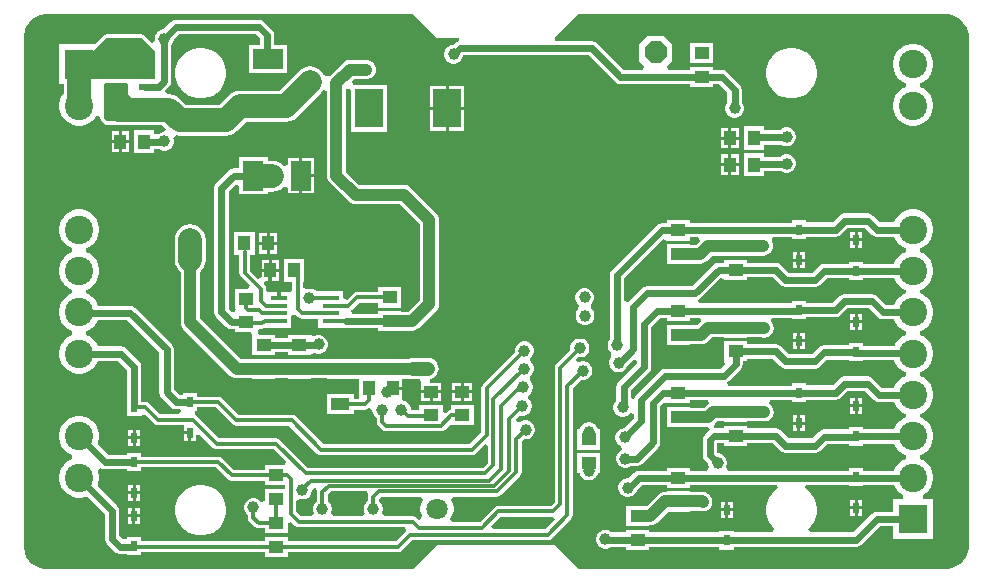
<source format=gbl>
G04*
G04 #@! TF.GenerationSoftware,Altium Limited,Altium Designer,21.7.2 (23)*
G04*
G04 Layer_Physical_Order=2*
G04 Layer_Color=16711680*
%FSLAX44Y44*%
%MOMM*%
G71*
G04*
G04 #@! TF.SameCoordinates,E4638E92-537D-4F49-80B5-2F4EAB31F582*
G04*
G04*
G04 #@! TF.FilePolarity,Positive*
G04*
G01*
G75*
%ADD18C,0.3000*%
%ADD41R,1.0000X1.2500*%
%ADD42R,1.2500X1.0000*%
%ADD50C,2.0000*%
%ADD51C,1.0000*%
%ADD52C,0.6000*%
%ADD53C,1.2000*%
%ADD56C,1.8000*%
%ADD57P,1.9483X8X292.5*%
%ADD58C,1.4000*%
%ADD59P,1.5154X8X112.5*%
%ADD60P,1.9483X8X202.5*%
%ADD61C,2.4000*%
%ADD62R,2.4000X2.4000*%
%ADD63C,1.0000*%
%ADD64R,0.5000X0.8500*%
%ADD65R,1.4500X0.4500*%
%ADD66R,1.1000X0.6000*%
%ADD67R,2.5000X1.7000*%
%ADD68R,1.7000X2.5000*%
%ADD69R,1.6000X1.0000*%
%ADD70R,2.4000X3.3000*%
%ADD71R,7.6000X2.4000*%
G36*
X1310000Y970000D02*
X1310000Y970000D01*
X1310001D01*
X1312767Y969841D01*
X1315834Y969231D01*
X1319474Y967724D01*
X1322749Y965535D01*
X1325535Y962749D01*
X1327724Y959473D01*
X1329231Y955834D01*
X1330000Y951970D01*
Y950000D01*
X1330000Y520000D01*
X1330000Y520000D01*
X1330000Y518030D01*
X1329231Y514166D01*
X1327724Y510526D01*
X1325535Y507251D01*
X1322749Y504465D01*
X1319474Y502276D01*
X1315834Y500769D01*
X1311970Y500000D01*
X1000000D01*
X980000Y520000D01*
X880000D01*
X860000Y500000D01*
X550000Y500000D01*
Y500000D01*
X548030D01*
X544166Y500769D01*
X540527Y502276D01*
X537251Y504465D01*
X534465Y507251D01*
X532276Y510526D01*
X530769Y514166D01*
X530000Y518030D01*
Y520000D01*
X530000Y950000D01*
X530000D01*
Y951970D01*
X530769Y955834D01*
X532276Y959473D01*
X534465Y962749D01*
X537251Y965535D01*
X540527Y967724D01*
X544166Y969231D01*
X548030Y970000D01*
X550000D01*
X860000Y970000D01*
X880000Y950000D01*
X898628D01*
X898924Y947000D01*
X897174Y946652D01*
X895189Y945326D01*
X893863Y944000D01*
X892947D01*
X890912Y943455D01*
X889088Y942402D01*
X887598Y940912D01*
X886545Y939088D01*
X886000Y937053D01*
Y934947D01*
X886545Y932912D01*
X887598Y931088D01*
X889088Y929598D01*
X890912Y928545D01*
X892947Y928000D01*
X895053D01*
X897088Y928545D01*
X898912Y929598D01*
X900402Y931088D01*
X901455Y932912D01*
X901959Y934792D01*
X902049Y934883D01*
X1008466D01*
X1030924Y912424D01*
X1032909Y911098D01*
X1035250Y910632D01*
X1094250D01*
Y908250D01*
X1113750D01*
Y910632D01*
X1118466D01*
X1125882Y903216D01*
Y895196D01*
X1125598Y894912D01*
X1124545Y893088D01*
X1124000Y891053D01*
Y888947D01*
X1124545Y886912D01*
X1125598Y885088D01*
X1127088Y883598D01*
X1128912Y882545D01*
X1130947Y882000D01*
X1133053D01*
X1135088Y882545D01*
X1136912Y883598D01*
X1138402Y885088D01*
X1139455Y886912D01*
X1140000Y888947D01*
Y891053D01*
X1139455Y893088D01*
X1138402Y894912D01*
X1138118Y895196D01*
Y905750D01*
X1137652Y908091D01*
X1136326Y910076D01*
X1125326Y921076D01*
X1123341Y922402D01*
X1121000Y922868D01*
X1113750D01*
Y925250D01*
X1094250D01*
Y922868D01*
X1075610D01*
X1074367Y925867D01*
X1079000Y930500D01*
Y944500D01*
X1072000Y951500D01*
X1058000D01*
X1051000Y944500D01*
Y930500D01*
X1055633Y925867D01*
X1054390Y922868D01*
X1037784D01*
X1015326Y945326D01*
X1013341Y946652D01*
X1011000Y947117D01*
X980284D01*
X980117Y950117D01*
X1000000Y970000D01*
X1310000D01*
X1310000Y970000D01*
D02*
G37*
%LPC*%
G36*
X729000Y965118D02*
X659000D01*
X656659Y964652D01*
X654674Y963326D01*
X648348Y957000D01*
X647947D01*
X645912Y956455D01*
X644088Y955402D01*
X642598Y953912D01*
X641545Y952088D01*
X641000Y950053D01*
Y947947D01*
X641258Y946982D01*
X638587Y945361D01*
X631067Y952255D01*
X630613Y952531D01*
X630171Y952826D01*
X630104Y952839D01*
X630047Y952874D01*
X629521Y952955D01*
X629000Y953059D01*
X601000D01*
X600479Y952955D01*
X599953Y952874D01*
X599896Y952839D01*
X599829Y952826D01*
X599387Y952531D01*
X598933Y952255D01*
X590473Y944500D01*
X560000D01*
Y910500D01*
X563888D01*
Y903429D01*
X563795Y903337D01*
X561935Y900553D01*
X560653Y897459D01*
X560000Y894174D01*
Y890826D01*
X560653Y887541D01*
X561935Y884447D01*
X563795Y881663D01*
X566163Y879295D01*
X568947Y877435D01*
X572041Y876153D01*
X575326Y875500D01*
X578674D01*
X581959Y876153D01*
X585052Y877435D01*
X587837Y879295D01*
X590205Y881663D01*
X591941Y884262D01*
X592254Y884308D01*
X594941Y882954D01*
Y882000D01*
X594941Y882000D01*
X595174Y880829D01*
X595837Y879837D01*
X595837Y879837D01*
X598837Y876837D01*
X599829Y876174D01*
X601000Y875941D01*
X601000Y875941D01*
X610000D01*
X610000Y875941D01*
X610237Y875988D01*
X611000Y875888D01*
X647569D01*
X650522Y872934D01*
X649146Y870068D01*
X648093D01*
X646058Y869523D01*
X644234Y868470D01*
X643916Y868152D01*
X640500D01*
Y871750D01*
X623500D01*
Y852250D01*
X640500D01*
Y855917D01*
X643984D01*
X644234Y855667D01*
X646058Y854613D01*
X648093Y854068D01*
X650200D01*
X652234Y854613D01*
X654058Y855667D01*
X655548Y857156D01*
X656601Y858980D01*
X657146Y861015D01*
Y863121D01*
X656673Y864888D01*
X657441Y866068D01*
X657785Y866442D01*
X658824Y867306D01*
X662000Y866888D01*
X662000Y866888D01*
X701000D01*
X701000Y866888D01*
X704394Y867335D01*
X707556Y868644D01*
X710272Y870728D01*
X718431Y878888D01*
X752000D01*
X752000Y878888D01*
X755394Y879335D01*
X758556Y880645D01*
X761272Y882728D01*
X781772Y903228D01*
X783564Y905564D01*
X783681Y905681D01*
X786681Y904523D01*
Y833250D01*
X786956Y831162D01*
X787762Y829215D01*
X789044Y827544D01*
X805294Y811294D01*
X806965Y810012D01*
X808912Y809206D01*
X811000Y808931D01*
X848750D01*
X865431Y792250D01*
Y727750D01*
X860189Y722509D01*
X859794Y722206D01*
X855658Y718069D01*
X849750D01*
Y718500D01*
X830250D01*
Y716117D01*
X807788D01*
X807616Y716558D01*
X807289Y719118D01*
X808244Y719756D01*
X813901Y725412D01*
X830250D01*
Y721500D01*
X849750D01*
Y738500D01*
X830250D01*
Y734588D01*
X812000D01*
X810244Y734239D01*
X808756Y733244D01*
X803750Y728239D01*
X800750Y729158D01*
Y735250D01*
X779250D01*
Y735250D01*
X776596Y736084D01*
X775088Y736955D01*
X773053Y737500D01*
X770947D01*
X769588Y737136D01*
X767609Y738145D01*
X766588Y739077D01*
Y743250D01*
X767500D01*
Y762750D01*
X750500D01*
Y743250D01*
X757412D01*
Y736618D01*
X755790Y734290D01*
X754412Y734290D01*
X747270D01*
Y729500D01*
X744730D01*
Y734290D01*
X736210D01*
X735582Y737030D01*
X735239Y738756D01*
X734244Y740244D01*
X733279Y741210D01*
X734521Y744210D01*
X737730D01*
Y751730D01*
X731460D01*
Y747271D01*
X728460Y746029D01*
X721758Y752730D01*
Y766250D01*
X725500D01*
Y785750D01*
X708500D01*
Y766250D01*
X712582D01*
Y750830D01*
X712931Y749074D01*
X713926Y747586D01*
X721240Y740272D01*
X720092Y737500D01*
X708670D01*
Y720500D01*
X709975D01*
X710140Y720274D01*
X708751Y717653D01*
X708576Y717511D01*
X705811Y717840D01*
X703617Y720034D01*
Y819966D01*
X709500Y825848D01*
X712500Y824606D01*
Y817250D01*
X736500D01*
Y819422D01*
X740658D01*
X744052Y819869D01*
X747214Y821179D01*
X749930Y823263D01*
X750460Y823954D01*
X753460Y822935D01*
Y818210D01*
X763230D01*
Y833250D01*
Y848290D01*
X753460D01*
Y842133D01*
X750460Y841115D01*
X749930Y841806D01*
X747214Y843890D01*
X744052Y845200D01*
X740658Y845647D01*
X736500D01*
Y849250D01*
X712500D01*
Y839368D01*
X708250D01*
X705909Y838902D01*
X703924Y837576D01*
X693174Y826826D01*
X691848Y824841D01*
X691383Y822500D01*
Y717500D01*
X691848Y715159D01*
X693174Y713174D01*
X701674Y704674D01*
X703659Y703348D01*
X706000Y702882D01*
X708670D01*
Y700500D01*
X722430D01*
X723750Y698047D01*
X723750Y697500D01*
Y681047D01*
X743250D01*
Y683429D01*
X753500D01*
Y681047D01*
X773000D01*
Y681776D01*
X776000Y683177D01*
X776662Y682795D01*
X778697Y682250D01*
X780803D01*
X782838Y682795D01*
X784662Y683848D01*
X786152Y685338D01*
X787205Y687162D01*
X787750Y689197D01*
Y691303D01*
X787205Y693338D01*
X786152Y695162D01*
X784662Y696652D01*
X782838Y697705D01*
X780803Y698250D01*
X778697D01*
X776662Y697705D01*
X776000Y697323D01*
X773000Y698047D01*
Y698047D01*
X753500D01*
Y695665D01*
X743250D01*
Y698047D01*
X729555D01*
X728170Y700500D01*
X729703Y703412D01*
X732000D01*
X733756Y703761D01*
X735250Y704250D01*
X735250Y704250D01*
Y704250D01*
X735250Y704250D01*
X756750D01*
Y714519D01*
X759750Y715761D01*
X762256Y713256D01*
X763744Y712261D01*
X765500Y711912D01*
X779250D01*
Y704250D01*
X800750D01*
Y704250D01*
X800828Y704314D01*
X803000Y703882D01*
X830250D01*
Y701500D01*
X849750D01*
Y701931D01*
X859000D01*
X861088Y702206D01*
X863035Y703012D01*
X864706Y704294D01*
X870903Y710491D01*
X871298Y710794D01*
X879206Y718702D01*
X880488Y720374D01*
X881294Y722320D01*
X881569Y724408D01*
Y795592D01*
X881294Y797680D01*
X880488Y799626D01*
X879206Y801298D01*
X857797Y822706D01*
X856126Y823988D01*
X854180Y824794D01*
X852092Y825069D01*
X814342D01*
X802819Y836592D01*
Y906600D01*
X804000Y907479D01*
X807000Y905972D01*
Y870000D01*
X838000D01*
Y910000D01*
X809211Y910000D01*
X809016D01*
D01*
X808904Y910000D01*
X808750Y910371D01*
X807796Y912675D01*
X809650Y914931D01*
X820250D01*
X820774Y915000D01*
X821303D01*
X821814Y915137D01*
X822338Y915206D01*
X822827Y915408D01*
X823338Y915545D01*
X823796Y915810D01*
X824285Y916012D01*
X824704Y916334D01*
X825162Y916598D01*
X825536Y916972D01*
X825956Y917294D01*
X826278Y917714D01*
X826652Y918088D01*
X826916Y918546D01*
X827238Y918966D01*
X827440Y919454D01*
X827705Y919912D01*
X827842Y920423D01*
X828044Y920912D01*
X828113Y921436D01*
X828250Y921947D01*
Y922476D01*
X828319Y923000D01*
X828250Y923524D01*
Y924053D01*
X828113Y924564D01*
X828044Y925088D01*
X827842Y925577D01*
X827705Y926088D01*
X827440Y926546D01*
X827238Y927035D01*
X826916Y927454D01*
X826652Y927912D01*
X826278Y928286D01*
X825956Y928706D01*
X825536Y929028D01*
X825162Y929402D01*
X824704Y929666D01*
X824285Y929988D01*
X823796Y930190D01*
X823338Y930455D01*
X822827Y930592D01*
X822338Y930794D01*
X821814Y930863D01*
X821303Y931000D01*
X820774D01*
X820250Y931069D01*
X806250D01*
X804162Y930794D01*
X802215Y929988D01*
X800544Y928706D01*
X789044Y917206D01*
X785585Y917131D01*
X784500Y918090D01*
Y918500D01*
X783564Y919436D01*
X781772Y921772D01*
X779436Y923564D01*
X778500Y924500D01*
X777500D01*
X775894Y925165D01*
X772500Y925612D01*
X769106Y925165D01*
X767500Y924500D01*
X766500D01*
X765564Y923564D01*
X763228Y921772D01*
X746569Y905112D01*
X713000D01*
X709606Y904665D01*
X706444Y903355D01*
X703728Y901272D01*
X703728Y901272D01*
X695569Y893112D01*
X667431D01*
X662272Y898272D01*
X659556Y900356D01*
X656394Y901665D01*
X653000Y902112D01*
X653000Y902112D01*
X651006D01*
X649764Y905112D01*
X653326Y908674D01*
X654652Y910659D01*
X655117Y913000D01*
Y943804D01*
X655402Y944088D01*
X656455Y945912D01*
X657000Y947947D01*
Y948348D01*
X661534Y952883D01*
X726466D01*
X729897Y949451D01*
Y944000D01*
X721000D01*
Y920000D01*
X753000D01*
Y944000D01*
X742132D01*
Y951985D01*
X741667Y954326D01*
X740340Y956311D01*
X733326Y963326D01*
X731341Y964652D01*
X729000Y965118D01*
D02*
G37*
G36*
X1113750Y945250D02*
X1094250D01*
Y928250D01*
X1113750D01*
Y945250D01*
D02*
G37*
G36*
X1182118Y941500D02*
X1177882D01*
X1173729Y940674D01*
X1169816Y939053D01*
X1166295Y936700D01*
X1163300Y933705D01*
X1160947Y930184D01*
X1159326Y926271D01*
X1158500Y922118D01*
Y917882D01*
X1159326Y913729D01*
X1160947Y909816D01*
X1163300Y906295D01*
X1166295Y903300D01*
X1169816Y900947D01*
X1173729Y899326D01*
X1177882Y898500D01*
X1182118D01*
X1186271Y899326D01*
X1190184Y900947D01*
X1193705Y903300D01*
X1196700Y906295D01*
X1199053Y909816D01*
X1200674Y913729D01*
X1201500Y917882D01*
Y922118D01*
X1200674Y926271D01*
X1199053Y930184D01*
X1196700Y933705D01*
X1193705Y936700D01*
X1190184Y939053D01*
X1186271Y940674D01*
X1182118Y941500D01*
D02*
G37*
G36*
X682118D02*
X677882D01*
X673729Y940674D01*
X669816Y939053D01*
X666295Y936700D01*
X663300Y933705D01*
X660947Y930184D01*
X659326Y926271D01*
X658500Y922118D01*
Y917882D01*
X659326Y913729D01*
X660947Y909816D01*
X663300Y906295D01*
X666295Y903300D01*
X669816Y900947D01*
X673729Y899326D01*
X677882Y898500D01*
X682118D01*
X686271Y899326D01*
X690184Y900947D01*
X693705Y903300D01*
X696700Y906295D01*
X699053Y909816D01*
X700674Y913729D01*
X701500Y917882D01*
Y922118D01*
X700674Y926271D01*
X699053Y930184D01*
X696700Y933705D01*
X693705Y936700D01*
X690184Y939053D01*
X686271Y940674D01*
X682118Y941500D01*
D02*
G37*
G36*
X903040Y909040D02*
X889770D01*
Y891270D01*
X903040D01*
Y909040D01*
D02*
G37*
G36*
X887230D02*
X873960D01*
Y891270D01*
X887230D01*
Y909040D01*
D02*
G37*
G36*
X1284674Y944500D02*
X1281326D01*
X1278041Y943847D01*
X1274948Y942565D01*
X1272163Y940705D01*
X1269795Y938337D01*
X1267935Y935553D01*
X1266653Y932459D01*
X1266000Y929174D01*
Y925826D01*
X1266653Y922541D01*
X1267935Y919447D01*
X1269795Y916663D01*
X1272163Y914295D01*
X1274948Y912435D01*
X1276919Y911618D01*
Y908382D01*
X1274948Y907565D01*
X1272163Y905705D01*
X1269795Y903337D01*
X1267935Y900553D01*
X1266653Y897459D01*
X1266000Y894174D01*
Y890826D01*
X1266653Y887541D01*
X1267935Y884447D01*
X1269795Y881663D01*
X1272163Y879295D01*
X1274948Y877435D01*
X1278041Y876153D01*
X1281326Y875500D01*
X1284674D01*
X1287959Y876153D01*
X1291053Y877435D01*
X1293837Y879295D01*
X1296205Y881663D01*
X1298065Y884447D01*
X1299347Y887541D01*
X1300000Y890826D01*
Y894174D01*
X1299347Y897459D01*
X1298065Y900553D01*
X1296205Y903337D01*
X1293837Y905705D01*
X1291053Y907565D01*
X1289081Y908382D01*
Y911618D01*
X1291053Y912435D01*
X1293837Y914295D01*
X1296205Y916663D01*
X1298065Y919447D01*
X1299347Y922541D01*
X1300000Y925826D01*
Y929174D01*
X1299347Y932459D01*
X1298065Y935553D01*
X1296205Y938337D01*
X1293837Y940705D01*
X1291053Y942565D01*
X1287959Y943847D01*
X1284674Y944500D01*
D02*
G37*
G36*
X903040Y888730D02*
X889770D01*
Y870960D01*
X903040D01*
Y888730D01*
D02*
G37*
G36*
X887230D02*
X873960D01*
Y870960D01*
X887230D01*
Y888730D01*
D02*
G37*
G36*
X1135540Y873790D02*
X1129270D01*
Y866270D01*
X1135540D01*
Y873790D01*
D02*
G37*
G36*
X1126730D02*
X1120460D01*
Y866270D01*
X1126730D01*
Y873790D01*
D02*
G37*
G36*
X619540Y870790D02*
X613270D01*
Y863270D01*
X619540D01*
Y870790D01*
D02*
G37*
G36*
X610730D02*
X604460D01*
Y863270D01*
X610730D01*
Y870790D01*
D02*
G37*
G36*
X1156500Y874750D02*
X1139500D01*
Y855250D01*
X1156500D01*
Y859382D01*
X1171462D01*
X1172912Y858545D01*
X1174947Y858000D01*
X1177053D01*
X1179088Y858545D01*
X1180912Y859598D01*
X1182402Y861088D01*
X1183455Y862912D01*
X1184000Y864947D01*
Y867053D01*
X1183455Y869088D01*
X1182402Y870912D01*
X1180912Y872402D01*
X1179088Y873455D01*
X1177053Y874000D01*
X1174947D01*
X1172912Y873455D01*
X1171088Y872402D01*
X1170304Y871618D01*
X1156500D01*
Y874750D01*
D02*
G37*
G36*
X1135540Y863730D02*
X1129270D01*
Y856210D01*
X1135540D01*
Y863730D01*
D02*
G37*
G36*
X1126730D02*
X1120460D01*
Y856210D01*
X1126730D01*
Y863730D01*
D02*
G37*
G36*
X619540Y860730D02*
X613270D01*
Y853210D01*
X619540D01*
Y860730D01*
D02*
G37*
G36*
X610730D02*
X604460D01*
Y853210D01*
X610730D01*
Y860730D01*
D02*
G37*
G36*
X1135540Y851167D02*
X1129270D01*
Y843646D01*
X1135540D01*
Y851167D01*
D02*
G37*
G36*
X1126730D02*
X1120460D01*
Y843646D01*
X1126730D01*
Y851167D01*
D02*
G37*
G36*
X1156500Y852126D02*
X1139500D01*
Y832626D01*
X1156500D01*
Y836759D01*
X1171462D01*
X1172912Y835922D01*
X1174947Y835377D01*
X1177053D01*
X1179088Y835922D01*
X1180912Y836975D01*
X1182402Y838464D01*
X1183455Y840289D01*
X1184000Y842323D01*
Y844430D01*
X1183455Y846464D01*
X1182402Y848289D01*
X1180912Y849778D01*
X1179088Y850831D01*
X1177053Y851376D01*
X1174947D01*
X1172912Y850831D01*
X1171088Y849778D01*
X1170304Y848994D01*
X1156500D01*
Y852126D01*
D02*
G37*
G36*
X775540Y848290D02*
X765770D01*
Y834520D01*
X775540D01*
Y848290D01*
D02*
G37*
G36*
X1135540Y841106D02*
X1129270D01*
Y833587D01*
X1135540D01*
Y841106D01*
D02*
G37*
G36*
X1126730D02*
X1120460D01*
Y833587D01*
X1126730D01*
Y841106D01*
D02*
G37*
G36*
X775540Y831980D02*
X765770D01*
Y818210D01*
X775540D01*
Y831980D01*
D02*
G37*
G36*
X1284674Y804500D02*
X1281326D01*
X1278041Y803847D01*
X1274948Y802565D01*
X1272163Y800705D01*
X1269795Y798337D01*
X1267935Y795553D01*
X1267133Y793617D01*
X1255034D01*
X1249326Y799326D01*
X1247341Y800652D01*
X1245000Y801117D01*
X1225000D01*
X1222659Y800652D01*
X1220674Y799326D01*
X1214917Y793568D01*
X1192148D01*
Y795201D01*
X1180148D01*
Y793193D01*
X1094049D01*
Y795201D01*
X1074549D01*
Y792818D01*
X1070451D01*
X1068110Y792353D01*
X1066125Y791027D01*
X1028174Y753076D01*
X1026848Y751091D01*
X1026383Y748750D01*
Y694696D01*
X1026098Y694412D01*
X1025045Y692588D01*
X1024500Y690553D01*
Y688447D01*
X1025045Y686412D01*
X1026098Y684588D01*
X1027164Y683523D01*
X1027580Y682934D01*
X1027418Y679732D01*
X1027348Y679662D01*
X1026295Y677838D01*
X1025750Y675803D01*
Y673697D01*
X1026295Y671662D01*
X1027348Y669838D01*
X1028838Y668348D01*
X1030662Y667295D01*
X1032697Y666750D01*
X1034803D01*
X1036838Y667295D01*
X1038662Y668348D01*
X1040152Y669838D01*
X1041205Y671662D01*
X1041546Y672936D01*
X1046361Y677751D01*
X1049133Y676603D01*
Y673700D01*
X1033608Y658176D01*
X1032282Y656191D01*
X1031816Y653850D01*
Y642730D01*
X1030848Y641762D01*
X1029795Y639938D01*
X1029250Y637903D01*
Y635797D01*
X1029795Y633762D01*
X1030848Y631938D01*
X1032338Y630448D01*
X1034162Y629395D01*
X1036197Y628850D01*
X1038303D01*
X1040338Y629395D01*
X1042162Y630448D01*
X1043652Y631938D01*
X1043883Y632338D01*
X1046882Y631534D01*
Y628034D01*
X1038348Y619500D01*
X1037947D01*
X1035912Y618955D01*
X1034088Y617902D01*
X1032598Y616412D01*
X1031545Y614588D01*
X1031000Y612553D01*
Y610447D01*
X1031545Y608412D01*
X1032598Y606588D01*
X1034088Y605098D01*
X1035912Y604045D01*
X1036133Y603986D01*
X1036362Y601498D01*
X1036235Y600853D01*
X1034588Y599902D01*
X1033098Y598412D01*
X1032045Y596588D01*
X1031500Y594553D01*
Y592447D01*
X1032045Y590412D01*
X1033098Y588588D01*
X1034588Y587098D01*
X1036412Y586045D01*
X1038447Y585500D01*
X1040553D01*
X1042588Y586045D01*
X1044412Y587098D01*
X1044696Y587383D01*
X1049250D01*
X1051591Y587848D01*
X1053576Y589174D01*
X1067326Y602924D01*
X1068652Y604909D01*
X1069118Y607250D01*
Y637966D01*
X1071549Y640398D01*
X1074549Y640244D01*
Y640244D01*
X1094049D01*
Y643001D01*
X1109318D01*
X1109989Y640194D01*
X1109965Y640001D01*
X1108353Y638765D01*
X1106402Y636813D01*
X1094049D01*
Y637244D01*
X1074549D01*
Y620244D01*
X1094049D01*
Y620675D01*
X1109744D01*
X1110791Y617787D01*
X1110189Y617385D01*
X1106674Y613870D01*
X1105348Y611885D01*
X1104882Y609544D01*
Y596421D01*
X1105348Y594080D01*
X1106674Y592095D01*
X1109533Y589236D01*
Y588835D01*
X1110078Y586800D01*
X1110256Y586493D01*
X1108524Y583493D01*
X1094050D01*
Y585750D01*
X1074549D01*
Y583368D01*
X1050832D01*
X1048491Y582902D01*
X1046507Y581576D01*
X1041931Y577000D01*
X1040447D01*
X1038412Y576455D01*
X1036588Y575402D01*
X1035098Y573912D01*
X1034045Y572088D01*
X1033500Y570053D01*
Y567947D01*
X1034045Y565912D01*
X1035098Y564088D01*
X1036588Y562598D01*
X1038412Y561545D01*
X1040447Y561000D01*
X1042553D01*
X1044588Y561545D01*
X1046412Y562598D01*
X1047902Y564088D01*
X1048955Y565912D01*
X1049251Y567017D01*
X1053366Y571132D01*
X1074549D01*
Y568750D01*
X1094050D01*
Y571257D01*
X1167715D01*
X1168625Y568257D01*
X1166295Y566700D01*
X1163300Y563705D01*
X1160947Y560184D01*
X1159326Y556271D01*
X1158500Y552118D01*
Y547882D01*
X1159326Y543729D01*
X1160947Y539816D01*
X1163300Y536295D01*
X1165477Y534118D01*
X1164321Y531118D01*
X1131140D01*
Y532000D01*
X1119140D01*
Y531118D01*
X1059750D01*
Y533500D01*
X1040250D01*
Y531118D01*
X1027946D01*
X1027412Y531652D01*
X1025588Y532705D01*
X1023553Y533250D01*
X1021447D01*
X1019412Y532705D01*
X1017588Y531652D01*
X1016098Y530162D01*
X1015045Y528338D01*
X1014500Y526303D01*
Y524197D01*
X1015045Y522162D01*
X1016098Y520338D01*
X1017588Y518848D01*
X1019412Y517795D01*
X1021447Y517250D01*
X1023553D01*
X1025588Y517795D01*
X1027412Y518848D01*
X1027446Y518882D01*
X1040250D01*
Y516500D01*
X1059750D01*
Y518882D01*
X1119140D01*
Y516500D01*
X1131140D01*
Y518882D01*
X1235000D01*
X1237341Y519348D01*
X1239326Y520674D01*
X1255034Y536382D01*
X1266000D01*
Y525500D01*
X1300000D01*
Y559500D01*
X1291807D01*
X1291098Y562258D01*
X1291150Y562500D01*
X1293837Y564295D01*
X1296205Y566663D01*
X1298065Y569448D01*
X1299347Y572541D01*
X1300000Y575826D01*
Y579174D01*
X1299347Y582459D01*
X1298065Y585552D01*
X1296205Y588337D01*
X1293837Y590705D01*
X1291053Y592565D01*
X1289081Y593382D01*
Y596618D01*
X1291053Y597435D01*
X1293837Y599295D01*
X1296205Y601663D01*
X1298065Y604448D01*
X1299347Y607541D01*
X1300000Y610826D01*
Y614174D01*
X1299347Y617459D01*
X1298065Y620552D01*
X1296205Y623337D01*
X1293837Y625705D01*
X1291053Y627565D01*
X1289081Y628382D01*
Y631618D01*
X1291053Y632435D01*
X1293837Y634295D01*
X1296205Y636663D01*
X1298065Y639448D01*
X1299347Y642541D01*
X1300000Y645826D01*
Y649174D01*
X1299347Y652459D01*
X1298065Y655553D01*
X1296205Y658337D01*
X1293837Y660705D01*
X1291053Y662565D01*
X1289081Y663382D01*
Y666618D01*
X1291053Y667435D01*
X1293837Y669295D01*
X1296205Y671663D01*
X1298065Y674447D01*
X1299347Y677541D01*
X1300000Y680826D01*
Y684174D01*
X1299347Y687459D01*
X1298065Y690553D01*
X1296205Y693337D01*
X1293837Y695705D01*
X1291053Y697565D01*
X1289081Y698382D01*
Y701618D01*
X1291053Y702435D01*
X1293837Y704295D01*
X1296205Y706663D01*
X1298065Y709447D01*
X1299347Y712541D01*
X1300000Y715826D01*
Y719174D01*
X1299347Y722459D01*
X1298065Y725553D01*
X1296205Y728337D01*
X1293837Y730705D01*
X1291053Y732565D01*
X1289081Y733382D01*
Y736618D01*
X1291053Y737435D01*
X1293837Y739295D01*
X1296205Y741663D01*
X1298065Y744447D01*
X1299347Y747541D01*
X1300000Y750826D01*
Y754174D01*
X1299347Y757459D01*
X1298065Y760553D01*
X1296205Y763337D01*
X1293837Y765705D01*
X1291053Y767565D01*
X1289081Y768382D01*
Y771618D01*
X1291053Y772435D01*
X1293837Y774295D01*
X1296205Y776663D01*
X1298065Y779447D01*
X1299347Y782541D01*
X1300000Y785826D01*
Y789174D01*
X1299347Y792459D01*
X1298065Y795553D01*
X1296205Y798337D01*
X1293837Y800705D01*
X1291053Y802565D01*
X1287959Y803847D01*
X1284674Y804500D01*
D02*
G37*
G36*
X744540Y784790D02*
X738270D01*
Y777270D01*
X744540D01*
Y784790D01*
D02*
G37*
G36*
X735730D02*
X729460D01*
Y777270D01*
X735730D01*
Y784790D01*
D02*
G37*
G36*
X744540Y774730D02*
X738270D01*
Y767210D01*
X744540D01*
Y774730D01*
D02*
G37*
G36*
X735730D02*
X729460D01*
Y767210D01*
X735730D01*
Y774730D01*
D02*
G37*
G36*
X746540Y761790D02*
X740270D01*
Y754270D01*
X746540D01*
Y761790D01*
D02*
G37*
G36*
X737730D02*
X731460D01*
Y754270D01*
X737730D01*
Y761790D01*
D02*
G37*
G36*
X746540Y751730D02*
X740270D01*
Y744210D01*
X746540D01*
Y751730D01*
D02*
G37*
G36*
X1006053Y738000D02*
X1003947D01*
X1001912Y737455D01*
X1000088Y736402D01*
X998598Y734912D01*
X997545Y733088D01*
X997000Y731053D01*
Y728947D01*
X997545Y726912D01*
X998598Y725088D01*
X999641Y724045D01*
X999972Y722603D01*
X999709Y720353D01*
X998853Y719497D01*
X997800Y717673D01*
X997255Y715638D01*
Y713531D01*
X997800Y711497D01*
X998853Y709672D01*
X1000343Y708183D01*
X1002167Y707130D01*
X1004202Y706585D01*
X1006308D01*
X1008343Y707130D01*
X1010167Y708183D01*
X1011656Y709672D01*
X1012710Y711497D01*
X1013255Y713531D01*
Y715638D01*
X1012710Y717673D01*
X1011656Y719497D01*
X1010614Y720539D01*
X1010283Y721981D01*
X1010546Y724232D01*
X1011402Y725088D01*
X1012455Y726912D01*
X1013000Y728947D01*
Y731053D01*
X1012455Y733088D01*
X1011402Y734912D01*
X1009912Y736402D01*
X1008088Y737455D01*
X1006053Y738000D01*
D02*
G37*
G36*
X578674Y804500D02*
X575326D01*
X572041Y803847D01*
X568947Y802565D01*
X566163Y800705D01*
X563795Y798337D01*
X561935Y795553D01*
X560653Y792459D01*
X560000Y789174D01*
Y785826D01*
X560653Y782541D01*
X561935Y779447D01*
X563795Y776663D01*
X566163Y774295D01*
X568947Y772435D01*
X570919Y771618D01*
Y768382D01*
X568947Y767565D01*
X566163Y765705D01*
X563795Y763337D01*
X561935Y760553D01*
X560653Y757459D01*
X560000Y754174D01*
Y750826D01*
X560653Y747541D01*
X561935Y744447D01*
X563795Y741663D01*
X566163Y739295D01*
X568947Y737435D01*
X570919Y736618D01*
Y733382D01*
X568947Y732565D01*
X566163Y730705D01*
X563795Y728337D01*
X561935Y725553D01*
X560653Y722459D01*
X560000Y719174D01*
Y715826D01*
X560653Y712541D01*
X561935Y709447D01*
X563795Y706663D01*
X566163Y704295D01*
X568947Y702435D01*
X570919Y701618D01*
Y698382D01*
X568947Y697565D01*
X566163Y695705D01*
X563795Y693337D01*
X561935Y690553D01*
X560653Y687459D01*
X560000Y684174D01*
Y680826D01*
X560653Y677541D01*
X561935Y674447D01*
X563795Y671663D01*
X566163Y669295D01*
X568947Y667435D01*
X572041Y666153D01*
X575326Y665500D01*
X578674D01*
X581959Y666153D01*
X585052Y667435D01*
X587837Y669295D01*
X590205Y671663D01*
X592065Y674447D01*
X592867Y676383D01*
X609966D01*
X617383Y668966D01*
Y637246D01*
X617500Y636655D01*
Y629496D01*
X629500D01*
Y629769D01*
X632500Y631011D01*
X640256Y623256D01*
X641744Y622261D01*
X643500Y621912D01*
X665710D01*
Y616770D01*
X670750D01*
Y615500D01*
X672020D01*
Y608710D01*
X675790D01*
Y613521D01*
X678562Y614669D01*
X690475Y602756D01*
X691963Y601761D01*
X693719Y601412D01*
X742100D01*
X752521Y590991D01*
X751278Y587991D01*
X734250D01*
Y584079D01*
X707910D01*
X698052Y593937D01*
X696563Y594931D01*
X694808Y595280D01*
X629500D01*
Y598442D01*
X617500D01*
Y596810D01*
X601342D01*
X592545Y605606D01*
X593347Y607541D01*
X594000Y610826D01*
Y614174D01*
X593347Y617459D01*
X592065Y620552D01*
X590205Y623337D01*
X587837Y625705D01*
X585052Y627565D01*
X581959Y628847D01*
X578674Y629500D01*
X575326D01*
X572041Y628847D01*
X568947Y627565D01*
X566163Y625705D01*
X563795Y623337D01*
X561935Y620552D01*
X560653Y617459D01*
X560000Y614174D01*
Y610826D01*
X560653Y607541D01*
X561935Y604448D01*
X563795Y601663D01*
X566163Y599295D01*
X568947Y597435D01*
X570919Y596618D01*
Y593382D01*
X568947Y592565D01*
X566163Y590705D01*
X563795Y588337D01*
X561935Y585552D01*
X560653Y582459D01*
X560000Y579174D01*
Y575826D01*
X560653Y572541D01*
X561935Y569448D01*
X563795Y566663D01*
X566163Y564295D01*
X568947Y562435D01*
X572041Y561153D01*
X575326Y560500D01*
X578674D01*
X581959Y561153D01*
X583894Y561955D01*
X598882Y546966D01*
Y525250D01*
X599348Y522909D01*
X600674Y520924D01*
X606924Y514674D01*
X608909Y513348D01*
X611250Y512882D01*
X617207D01*
Y511612D01*
X629207D01*
Y514412D01*
X734250D01*
Y510500D01*
X753750D01*
Y514412D01*
X847000D01*
X848756Y514761D01*
X850244Y515756D01*
X858901Y524412D01*
X973750D01*
X975506Y524761D01*
X976994Y525756D01*
X993494Y542256D01*
X994489Y543744D01*
X994838Y545500D01*
Y652850D01*
X1002085Y660097D01*
X1002447Y660000D01*
X1004553D01*
X1006588Y660545D01*
X1008412Y661598D01*
X1009902Y663088D01*
X1010955Y664912D01*
X1011500Y666947D01*
Y669053D01*
X1010955Y671088D01*
X1009902Y672912D01*
X1008412Y674402D01*
X1006588Y675455D01*
X1004553Y676000D01*
X1002447D01*
X1000412Y675455D01*
X999286Y674805D01*
X997444Y677205D01*
X999585Y679347D01*
X999947Y679250D01*
X1002053D01*
X1004088Y679795D01*
X1005912Y680848D01*
X1007402Y682338D01*
X1008455Y684162D01*
X1009000Y686197D01*
Y688303D01*
X1008455Y690338D01*
X1007402Y692162D01*
X1005912Y693652D01*
X1004088Y694705D01*
X1002053Y695250D01*
X999947D01*
X997912Y694705D01*
X996088Y693652D01*
X994598Y692162D01*
X993545Y690338D01*
X993000Y688303D01*
Y686197D01*
X993097Y685835D01*
X981006Y673744D01*
X980011Y672256D01*
X979662Y670500D01*
Y557150D01*
X976099Y553588D01*
X932000D01*
X930244Y553239D01*
X928756Y552244D01*
X916099Y539588D01*
X892630D01*
X891518Y541782D01*
X891309Y542588D01*
X893046Y545596D01*
X894000Y549157D01*
Y552843D01*
X893046Y556404D01*
X891887Y558412D01*
X893389Y561412D01*
X931000D01*
X932756Y561761D01*
X934244Y562756D01*
X950244Y578756D01*
X951239Y580244D01*
X951588Y582000D01*
Y608100D01*
X953586Y610097D01*
X953947Y610000D01*
X956053D01*
X958088Y610545D01*
X959912Y611598D01*
X961402Y613088D01*
X962455Y614912D01*
X963000Y616947D01*
Y619053D01*
X962455Y621088D01*
X961402Y622912D01*
X959912Y624402D01*
X958088Y625455D01*
X956053Y626000D01*
X953947D01*
X951912Y625455D01*
X950519Y624650D01*
X948777Y624973D01*
X947134Y625691D01*
X946933Y626444D01*
X950585Y630097D01*
X950947Y630000D01*
X953053D01*
X955088Y630545D01*
X956912Y631598D01*
X958402Y633088D01*
X959455Y634912D01*
X960000Y636947D01*
Y639053D01*
X959455Y641088D01*
X958402Y642912D01*
X957392Y643921D01*
X957328Y646132D01*
X957644Y647443D01*
X957912Y647598D01*
X959402Y649088D01*
X960455Y650912D01*
X961000Y652947D01*
Y655053D01*
X960455Y657088D01*
X959402Y658912D01*
X958451Y659862D01*
X958348Y662199D01*
X958649Y663440D01*
X958663Y663449D01*
X960153Y664938D01*
X961206Y666762D01*
X961751Y668797D01*
Y670903D01*
X961206Y672938D01*
X960153Y674762D01*
X959463Y675452D01*
X959076Y677664D01*
X959529Y679216D01*
X960402Y680088D01*
X961455Y681912D01*
X962000Y683947D01*
Y686053D01*
X961455Y688088D01*
X960402Y689912D01*
X958912Y691402D01*
X957088Y692455D01*
X955053Y693000D01*
X952947D01*
X950912Y692455D01*
X949088Y691402D01*
X947598Y689912D01*
X946545Y688088D01*
X946000Y686053D01*
Y683947D01*
X946097Y683586D01*
X918756Y656244D01*
X917761Y654756D01*
X917412Y653000D01*
Y615650D01*
X907349Y605588D01*
X783901D01*
X760244Y629244D01*
X758756Y630239D01*
X757000Y630588D01*
X711900D01*
X697744Y644744D01*
X696256Y645739D01*
X694500Y646088D01*
X676750D01*
Y649250D01*
X664750D01*
Y647617D01*
X661639D01*
X657117Y652140D01*
Y686000D01*
X656652Y688341D01*
X655326Y690326D01*
X624550Y721102D01*
X622565Y722428D01*
X620224Y722893D01*
X593167D01*
X592065Y725553D01*
X590205Y728337D01*
X587837Y730705D01*
X585052Y732565D01*
X583081Y733382D01*
Y736618D01*
X585052Y737435D01*
X587837Y739295D01*
X590205Y741663D01*
X592065Y744447D01*
X593347Y747541D01*
X594000Y750826D01*
Y754174D01*
X593347Y757459D01*
X592065Y760553D01*
X590205Y763337D01*
X587837Y765705D01*
X585052Y767565D01*
X583081Y768382D01*
Y771618D01*
X585052Y772435D01*
X587837Y774295D01*
X590205Y776663D01*
X592065Y779447D01*
X593347Y782541D01*
X594000Y785826D01*
Y789174D01*
X593347Y792459D01*
X592065Y795553D01*
X590205Y798337D01*
X587837Y800705D01*
X585052Y802565D01*
X581959Y803847D01*
X578674Y804500D01*
D02*
G37*
G36*
X910040Y657790D02*
X902520D01*
Y651520D01*
X910040D01*
Y657790D01*
D02*
G37*
G36*
X899980D02*
X892460D01*
Y651520D01*
X899980D01*
Y657790D01*
D02*
G37*
G36*
X671053Y791856D02*
X667659Y791410D01*
X664497Y790100D01*
X661781Y788016D01*
X661728Y787963D01*
X659644Y785248D01*
X658335Y782085D01*
X657888Y778692D01*
X657888Y778691D01*
Y762000D01*
X658335Y758606D01*
X659644Y755444D01*
X661728Y752728D01*
X662984Y751765D01*
Y708947D01*
X663259Y706859D01*
X664065Y704913D01*
X665347Y703242D01*
X704747Y663841D01*
X706419Y662559D01*
X708365Y661753D01*
X710453Y661478D01*
X723750D01*
Y661047D01*
X743250D01*
Y661478D01*
X753500D01*
Y661047D01*
X773000D01*
Y661478D01*
X786634D01*
Y660934D01*
X809633D01*
Y661365D01*
X814000D01*
Y644022D01*
X809633D01*
Y647934D01*
X786634D01*
Y630934D01*
X809633D01*
Y634846D01*
X818684D01*
X820440Y635195D01*
X821928Y636190D01*
X822147Y636409D01*
X825000Y635019D01*
Y633947D01*
X825545Y631912D01*
X826598Y630088D01*
X828088Y628598D01*
X829129Y627997D01*
Y624282D01*
X829479Y622527D01*
X830473Y621038D01*
X833577Y617935D01*
X835065Y616940D01*
X836821Y616591D01*
X883179D01*
X884935Y616940D01*
X886423Y617935D01*
X890608Y622119D01*
X891500Y621750D01*
Y621750D01*
X911000D01*
Y638750D01*
X891500D01*
Y634689D01*
X890494Y634489D01*
X889006Y633494D01*
X887438Y631927D01*
X884667Y633075D01*
Y638750D01*
X865167D01*
Y634588D01*
X857828D01*
Y636053D01*
X857283Y638088D01*
X856230Y639912D01*
X854740Y641402D01*
X852916Y642455D01*
X852373Y642600D01*
X850630Y643803D01*
X850040Y645685D01*
Y651730D01*
X842500D01*
Y654270D01*
X850040D01*
Y661365D01*
X856508D01*
X857622Y660904D01*
X859971Y660594D01*
X865654D01*
X866127Y657790D01*
X866127Y657594D01*
Y651520D01*
X874917D01*
Y650250D01*
D01*
Y651520D01*
X883707D01*
Y657790D01*
X874010D01*
X873814Y660790D01*
X874678Y660904D01*
X876867Y661811D01*
X878747Y663253D01*
X880190Y665133D01*
X881096Y667322D01*
X881406Y669672D01*
X881096Y672021D01*
X880190Y674211D01*
X878747Y676091D01*
X876867Y677533D01*
X874678Y678440D01*
X872328Y678750D01*
X859971D01*
X857622Y678440D01*
X855432Y677533D01*
X855393Y677503D01*
X809633D01*
Y677934D01*
X786634D01*
Y677616D01*
X773000D01*
Y678047D01*
X753500D01*
Y677616D01*
X743250D01*
Y678047D01*
X723750D01*
Y677616D01*
X713795D01*
X679122Y712290D01*
Y751846D01*
X680272Y752728D01*
X682355Y755444D01*
X683665Y758606D01*
X684112Y762000D01*
Y778344D01*
X684165Y778744D01*
X683718Y782138D01*
X682408Y785300D01*
X680324Y788016D01*
X677609Y790100D01*
X674446Y791410D01*
X671053Y791856D01*
D02*
G37*
G36*
X910040Y648980D02*
X902520D01*
Y642710D01*
X910040D01*
Y648980D01*
D02*
G37*
G36*
X899980D02*
X892460D01*
Y642710D01*
X899980D01*
Y648980D01*
D02*
G37*
G36*
X883707D02*
X876187D01*
Y642710D01*
X883707D01*
Y648980D01*
D02*
G37*
G36*
X873647D02*
X866127D01*
Y642710D01*
X873647D01*
Y648980D01*
D02*
G37*
G36*
X628540Y618036D02*
X624770D01*
Y612516D01*
X628540D01*
Y618036D01*
D02*
G37*
G36*
X622230D02*
X618460D01*
Y612516D01*
X622230D01*
Y618036D01*
D02*
G37*
G36*
X669480Y614230D02*
X665710D01*
Y608710D01*
X669480D01*
Y614230D01*
D02*
G37*
G36*
X628540Y609976D02*
X624770D01*
Y604456D01*
X628540D01*
Y609976D01*
D02*
G37*
G36*
X622230D02*
X618460D01*
Y604456D01*
X622230D01*
Y609976D01*
D02*
G37*
G36*
X1009527Y624299D02*
X1007421D01*
X1005386Y623753D01*
X1003562Y622700D01*
X1002073Y621211D01*
X1001019Y619386D01*
X1000715Y618250D01*
X998750D01*
Y601250D01*
X1018250D01*
Y618250D01*
X1016233D01*
X1015929Y619386D01*
X1014876Y621211D01*
X1013386Y622700D01*
X1011562Y623753D01*
X1009527Y624299D01*
D02*
G37*
G36*
X1018250Y598250D02*
X998750D01*
Y581250D01*
X1000698D01*
X1001002Y580116D01*
X1002055Y578292D01*
X1003545Y576802D01*
X1005369Y575749D01*
X1007404Y575204D01*
X1009510D01*
X1011545Y575749D01*
X1013369Y576802D01*
X1014859Y578292D01*
X1015912Y580116D01*
X1016216Y581250D01*
X1018250D01*
Y598250D01*
D02*
G37*
G36*
X1130180Y557040D02*
X1126410D01*
Y551520D01*
X1130180D01*
Y557040D01*
D02*
G37*
G36*
X1123870D02*
X1120100D01*
Y551520D01*
X1123870D01*
Y557040D01*
D02*
G37*
G36*
X1094050Y565750D02*
X1074549D01*
Y565319D01*
X1073000D01*
X1070912Y565044D01*
X1068966Y564238D01*
X1067294Y562956D01*
X1057839Y553500D01*
X1040250D01*
Y536500D01*
X1059750D01*
Y536931D01*
X1060750D01*
X1062838Y537206D01*
X1064784Y538012D01*
X1066456Y539294D01*
X1075911Y548750D01*
X1094050D01*
Y549181D01*
X1103102D01*
X1103436Y549137D01*
X1103947Y549000D01*
X1104476D01*
X1105000Y548931D01*
X1105524Y549000D01*
X1106053D01*
X1106564Y549137D01*
X1107088Y549206D01*
X1107577Y549408D01*
X1108088Y549545D01*
X1108546Y549810D01*
X1109035Y550012D01*
X1109454Y550334D01*
X1109912Y550598D01*
X1110286Y550972D01*
X1110706Y551294D01*
X1111028Y551714D01*
X1111402Y552088D01*
X1111666Y552546D01*
X1111988Y552966D01*
X1112190Y553454D01*
X1112455Y553912D01*
X1112592Y554423D01*
X1112794Y554912D01*
X1112863Y555436D01*
X1113000Y555947D01*
Y556476D01*
X1113069Y557000D01*
X1113000Y557524D01*
Y558053D01*
X1112863Y558564D01*
X1112794Y559088D01*
X1112592Y559577D01*
X1112455Y560088D01*
X1112190Y560546D01*
X1111988Y561035D01*
X1111666Y561454D01*
X1111402Y561912D01*
X1111028Y562286D01*
X1110706Y562706D01*
X1110456Y562956D01*
X1110036Y563278D01*
X1109912Y563402D01*
X1109760Y563489D01*
X1108784Y564238D01*
X1106839Y565044D01*
X1104750Y565319D01*
X1094050D01*
Y565750D01*
D02*
G37*
G36*
X1130180Y548980D02*
X1126410D01*
Y543460D01*
X1130180D01*
Y548980D01*
D02*
G37*
G36*
X1123870D02*
X1120100D01*
Y543460D01*
X1123870D01*
Y548980D01*
D02*
G37*
%LPD*%
G36*
X641000Y939000D02*
X640835D01*
Y938992D01*
X640925Y938902D01*
X640847Y938823D01*
X589035D01*
Y938939D01*
X589096Y939000D01*
X589000D01*
X601000Y950000D01*
X629000D01*
X641000Y939000D01*
D02*
G37*
G36*
X617522Y911478D02*
X618000Y911000D01*
Y902000D01*
X622000Y898000D01*
X619000Y895000D01*
Y883000D01*
X614000D01*
X610000Y879000D01*
X601000D01*
X598000Y882000D01*
Y911000D01*
X598489Y911489D01*
X601273D01*
X617522Y911478D01*
D02*
G37*
G36*
X1248174Y783174D02*
X1250159Y781848D01*
X1252500Y781383D01*
X1267133D01*
X1267935Y779447D01*
X1269795Y776663D01*
X1272163Y774295D01*
X1274948Y772435D01*
X1276919Y771618D01*
Y768382D01*
X1274948Y767565D01*
X1272163Y765705D01*
X1269795Y763337D01*
X1267935Y760553D01*
X1267133Y758617D01*
X1241010D01*
Y760412D01*
X1229010D01*
Y758617D01*
X1207500D01*
X1205159Y758152D01*
X1203174Y756826D01*
X1197466Y751117D01*
X1177534D01*
X1170914Y757738D01*
X1168929Y759064D01*
X1166588Y759529D01*
X1142692D01*
Y761912D01*
X1123192D01*
Y759529D01*
X1118412D01*
X1116071Y759064D01*
X1114086Y757738D01*
X1096065Y739717D01*
X1057849D01*
X1055508Y739251D01*
X1053523Y737925D01*
X1041924Y726326D01*
X1041618Y725867D01*
X1038617Y726777D01*
Y746216D01*
X1071549Y779148D01*
X1074549Y778201D01*
Y778201D01*
X1094049D01*
Y780958D01*
X1101304D01*
X1102547Y777958D01*
X1099359Y774770D01*
X1094049D01*
Y775201D01*
X1074549D01*
Y758201D01*
X1094049D01*
Y758632D01*
X1102701D01*
X1104789Y758907D01*
X1106735Y759713D01*
X1108406Y760995D01*
X1112754Y765343D01*
X1123192D01*
Y764912D01*
X1142692D01*
Y765343D01*
X1156128D01*
X1158216Y765618D01*
X1160163Y766424D01*
X1161069Y767119D01*
X1161259Y767229D01*
X1161414Y767384D01*
X1161834Y767706D01*
X1162052Y767925D01*
X1162374Y768344D01*
X1162748Y768718D01*
X1163013Y769176D01*
X1163335Y769596D01*
X1163537Y770085D01*
X1163802Y770543D01*
X1163939Y771054D01*
X1164141Y771542D01*
X1164210Y772066D01*
X1164347Y772577D01*
Y773106D01*
X1164416Y773631D01*
X1164347Y774155D01*
Y774684D01*
X1164210Y775195D01*
X1164141Y775719D01*
X1163939Y776208D01*
X1163802Y776718D01*
X1163537Y777177D01*
X1163335Y777665D01*
X1163110Y777958D01*
X1163205Y778570D01*
X1163687Y779784D01*
X1164544Y780916D01*
X1164589Y780958D01*
X1180148D01*
Y779701D01*
X1192148D01*
Y781333D01*
X1217451D01*
X1219792Y781799D01*
X1221777Y783125D01*
X1227534Y788883D01*
X1242466D01*
X1248174Y783174D01*
D02*
G37*
G36*
X1170674Y740674D02*
X1172659Y739348D01*
X1175000Y738883D01*
X1200000D01*
X1202341Y739348D01*
X1204326Y740674D01*
X1210034Y746383D01*
X1229010D01*
Y744912D01*
X1241010D01*
Y746383D01*
X1267133D01*
X1267935Y744447D01*
X1269795Y741663D01*
X1272163Y739295D01*
X1274948Y737435D01*
X1276919Y736618D01*
Y733382D01*
X1274948Y732565D01*
X1272163Y730705D01*
X1269795Y728337D01*
X1267935Y725553D01*
X1267133Y723617D01*
X1260034D01*
X1252485Y731167D01*
X1250500Y732493D01*
X1248159Y732959D01*
X1248079Y732943D01*
X1248000Y732959D01*
X1225000D01*
X1222659Y732493D01*
X1220674Y731167D01*
X1214917Y725409D01*
X1192148D01*
Y727042D01*
X1180148D01*
Y725034D01*
X1101960D01*
X1101028Y727810D01*
X1101071Y728035D01*
X1102925Y729273D01*
X1120192Y746541D01*
X1123192Y745475D01*
Y744912D01*
X1142692D01*
Y747294D01*
X1164054D01*
X1170674Y740674D01*
D02*
G37*
G36*
X1253174Y713174D02*
X1255159Y711848D01*
X1257500Y711382D01*
X1267133D01*
X1267935Y709447D01*
X1269795Y706663D01*
X1272163Y704295D01*
X1274948Y702435D01*
X1276919Y701618D01*
Y698382D01*
X1274948Y697565D01*
X1272163Y695705D01*
X1269795Y693337D01*
X1267935Y690553D01*
X1267356Y689155D01*
X1241010D01*
Y691326D01*
X1229010D01*
Y689531D01*
X1207500D01*
X1205159Y689066D01*
X1203174Y687739D01*
X1197466Y682031D01*
X1177534D01*
X1170914Y688651D01*
X1168929Y689977D01*
X1166588Y690443D01*
X1142692D01*
Y692825D01*
X1123192D01*
Y675826D01*
X1123192D01*
X1124139Y673540D01*
X1120216Y669617D01*
X1073000D01*
X1070659Y669152D01*
X1068674Y667826D01*
X1048674Y647826D01*
X1047348Y645841D01*
X1047051Y644349D01*
X1044051Y644645D01*
Y651316D01*
X1059576Y666841D01*
X1060902Y668825D01*
X1061367Y671166D01*
Y704716D01*
X1069076Y712424D01*
X1074549D01*
Y710042D01*
X1094050D01*
Y712799D01*
X1102385D01*
X1103372Y710730D01*
X1103474Y709799D01*
X1100286Y706611D01*
X1094050D01*
Y707042D01*
X1074549D01*
Y690042D01*
X1094050D01*
Y690473D01*
X1103628D01*
X1105716Y690748D01*
X1107663Y691554D01*
X1109334Y692836D01*
X1112754Y696256D01*
X1123192D01*
Y695826D01*
X1142692D01*
Y696256D01*
X1154789D01*
X1154912Y696206D01*
X1155436Y696137D01*
X1155947Y696000D01*
X1156476D01*
X1157000Y695931D01*
X1157524Y696000D01*
X1158053D01*
X1158564Y696137D01*
X1159088Y696206D01*
X1159577Y696408D01*
X1160088Y696545D01*
X1160546Y696810D01*
X1161034Y697012D01*
X1161454Y697334D01*
X1161912Y697598D01*
X1162286Y697972D01*
X1162706Y698294D01*
X1163028Y698714D01*
X1163402Y699088D01*
X1163666Y699546D01*
X1163988Y699966D01*
X1164190Y700454D01*
X1164455Y700912D01*
X1164592Y701423D01*
X1164794Y701912D01*
X1164863Y702436D01*
X1165000Y702947D01*
Y703476D01*
X1165069Y704000D01*
X1165000Y704524D01*
Y705053D01*
X1164863Y705564D01*
X1164794Y706088D01*
X1164592Y706577D01*
X1164455Y707088D01*
X1164190Y707546D01*
X1163988Y708035D01*
X1163666Y708454D01*
X1163402Y708912D01*
X1163028Y709286D01*
X1162706Y709706D01*
X1162612Y709799D01*
X1162728Y710862D01*
X1163365Y712383D01*
X1163689Y712799D01*
X1180148D01*
Y711542D01*
X1192148D01*
Y713174D01*
X1217451D01*
X1219792Y713640D01*
X1221777Y714966D01*
X1227534Y720724D01*
X1245625D01*
X1253174Y713174D01*
D02*
G37*
G36*
X1170674Y671588D02*
X1172659Y670262D01*
X1175000Y669796D01*
X1200000D01*
X1202341Y670262D01*
X1204326Y671588D01*
X1210034Y677296D01*
X1229010D01*
Y675826D01*
X1241010D01*
Y676920D01*
X1266910D01*
X1267935Y674447D01*
X1269795Y671663D01*
X1272163Y669295D01*
X1274948Y667435D01*
X1276919Y666618D01*
Y663382D01*
X1274948Y662565D01*
X1272163Y660705D01*
X1269795Y658337D01*
X1267935Y655553D01*
X1267133Y653617D01*
X1257077D01*
X1249326Y661369D01*
X1247341Y662695D01*
X1245000Y663161D01*
X1225000D01*
X1222659Y662695D01*
X1220674Y661369D01*
X1214917Y655611D01*
X1192148D01*
Y657244D01*
X1180148D01*
Y655237D01*
X1126171D01*
X1126167Y655248D01*
X1125672Y658236D01*
X1127076Y659174D01*
X1137268Y669366D01*
X1138594Y671351D01*
X1139059Y673692D01*
Y675826D01*
X1142692D01*
Y678208D01*
X1164054D01*
X1170674Y671588D01*
D02*
G37*
G36*
X1250218Y643174D02*
X1252202Y641848D01*
X1254543Y641382D01*
X1267133D01*
X1267935Y639448D01*
X1269795Y636663D01*
X1272163Y634295D01*
X1274948Y632435D01*
X1276919Y631618D01*
Y628382D01*
X1274948Y627565D01*
X1272163Y625705D01*
X1269795Y623337D01*
X1267935Y620552D01*
X1267094Y618522D01*
X1241010D01*
Y620059D01*
X1229010D01*
Y618265D01*
X1207500D01*
X1205159Y617799D01*
X1203174Y616473D01*
X1197466Y610765D01*
X1177534D01*
X1170914Y617385D01*
X1168929Y618711D01*
X1166588Y619176D01*
X1142692D01*
Y621559D01*
X1123192D01*
Y619176D01*
X1115119D01*
X1114588Y620197D01*
X1114257Y621442D01*
X1114185Y622068D01*
X1115450Y623038D01*
X1117401Y624990D01*
X1123192D01*
Y624559D01*
X1142692D01*
Y624990D01*
X1156552D01*
X1157000Y624931D01*
X1157524Y625000D01*
X1158053D01*
X1158564Y625137D01*
X1159088Y625206D01*
X1159577Y625408D01*
X1160088Y625545D01*
X1160546Y625810D01*
X1161034Y626012D01*
X1161454Y626334D01*
X1161912Y626598D01*
X1162286Y626972D01*
X1162706Y627294D01*
X1163028Y627714D01*
X1163402Y628088D01*
X1163666Y628546D01*
X1163988Y628965D01*
X1164190Y629454D01*
X1164455Y629912D01*
X1164592Y630423D01*
X1164794Y630912D01*
X1164863Y631436D01*
X1165000Y631947D01*
Y632476D01*
X1165069Y633000D01*
X1165000Y633524D01*
Y634053D01*
X1164863Y634564D01*
X1164794Y635088D01*
X1164592Y635577D01*
X1164455Y636088D01*
X1164190Y636546D01*
X1163988Y637034D01*
X1163666Y637454D01*
X1163402Y637912D01*
X1163028Y638286D01*
X1162706Y638706D01*
X1162647Y638765D01*
X1162227Y639087D01*
X1161912Y639402D01*
X1161526Y639624D01*
X1161035Y640001D01*
X1161011Y640194D01*
X1161682Y643001D01*
X1180148D01*
Y641744D01*
X1192148D01*
Y643376D01*
X1217451D01*
X1219792Y643842D01*
X1221777Y645168D01*
X1227534Y650926D01*
X1242466D01*
X1250218Y643174D01*
D02*
G37*
G36*
X1170674Y600322D02*
X1172659Y598995D01*
X1175000Y598530D01*
X1200000D01*
X1202341Y598995D01*
X1204325Y600322D01*
X1210034Y606030D01*
X1229010D01*
Y604559D01*
X1241010D01*
Y606287D01*
X1267173D01*
X1267935Y604448D01*
X1269795Y601663D01*
X1272163Y599295D01*
X1274948Y597435D01*
X1276919Y596618D01*
Y593382D01*
X1274948Y592565D01*
X1272163Y590705D01*
X1269795Y588337D01*
X1267935Y585552D01*
X1267082Y583493D01*
X1241010D01*
Y585750D01*
X1229010D01*
Y583493D01*
X1126542D01*
X1124810Y586493D01*
X1124988Y586800D01*
X1125533Y588835D01*
Y590941D01*
X1124988Y592976D01*
X1123935Y594800D01*
X1122445Y596289D01*
X1120621Y597343D01*
X1118586Y597888D01*
X1118185D01*
X1117117Y598955D01*
Y606941D01*
X1123192D01*
Y604559D01*
X1142692D01*
Y606941D01*
X1164054D01*
X1170674Y600322D01*
D02*
G37*
G36*
X1267935Y569448D02*
X1269795Y566663D01*
X1272163Y564295D01*
X1274850Y562500D01*
X1274902Y562258D01*
X1274193Y559500D01*
X1266000D01*
Y548618D01*
X1252500D01*
X1250159Y548152D01*
X1248174Y546826D01*
X1232466Y531118D01*
X1195679D01*
X1194523Y534118D01*
X1196700Y536295D01*
X1199053Y539816D01*
X1200674Y543729D01*
X1201500Y547882D01*
Y552118D01*
X1200674Y556271D01*
X1199053Y560184D01*
X1196700Y563705D01*
X1193705Y566700D01*
X1191375Y568257D01*
X1192285Y571257D01*
X1229010D01*
Y570250D01*
X1241010D01*
Y571257D01*
X1267185D01*
X1267935Y569448D01*
D02*
G37*
%LPC*%
G36*
X1240050Y785452D02*
X1236280D01*
Y779932D01*
X1240050D01*
Y785452D01*
D02*
G37*
G36*
X1233740D02*
X1229970D01*
Y779932D01*
X1233740D01*
Y785452D01*
D02*
G37*
G36*
X1240050Y777392D02*
X1236280D01*
Y771872D01*
X1240050D01*
Y777392D01*
D02*
G37*
G36*
X1233740D02*
X1229970D01*
Y771872D01*
X1233740D01*
Y777392D01*
D02*
G37*
G36*
X1191188Y768241D02*
X1187418D01*
Y762721D01*
X1191188D01*
Y768241D01*
D02*
G37*
G36*
X1184878D02*
X1181108D01*
Y762721D01*
X1184878D01*
Y768241D01*
D02*
G37*
G36*
X1191188Y760181D02*
X1187418D01*
Y754661D01*
X1191188D01*
Y760181D01*
D02*
G37*
G36*
X1184878D02*
X1181108D01*
Y754661D01*
X1184878D01*
Y760181D01*
D02*
G37*
G36*
X1240050Y716366D02*
X1236280D01*
Y710845D01*
X1240050D01*
Y716366D01*
D02*
G37*
G36*
X1233740D02*
X1229970D01*
Y710845D01*
X1233740D01*
Y716366D01*
D02*
G37*
G36*
X1240050Y708306D02*
X1236280D01*
Y702785D01*
X1240050D01*
Y708306D01*
D02*
G37*
G36*
X1233740D02*
X1229970D01*
Y702785D01*
X1233740D01*
Y708306D01*
D02*
G37*
G36*
X1191188Y700082D02*
X1187418D01*
Y694562D01*
X1191188D01*
Y700082D01*
D02*
G37*
G36*
X1184878D02*
X1181108D01*
Y694562D01*
X1184878D01*
Y700082D01*
D02*
G37*
G36*
X1191188Y692022D02*
X1187418D01*
Y686502D01*
X1191188D01*
Y692022D01*
D02*
G37*
G36*
X1184878D02*
X1181108D01*
Y686502D01*
X1184878D01*
Y692022D01*
D02*
G37*
G36*
X1240050Y645099D02*
X1236280D01*
Y639579D01*
X1240050D01*
Y645099D01*
D02*
G37*
G36*
X1233740D02*
X1229970D01*
Y639579D01*
X1233740D01*
Y645099D01*
D02*
G37*
G36*
X1240050Y637039D02*
X1236280D01*
Y631519D01*
X1240050D01*
Y637039D01*
D02*
G37*
G36*
X1233740D02*
X1229970D01*
Y631519D01*
X1233740D01*
Y637039D01*
D02*
G37*
G36*
X1191188Y630284D02*
X1187418D01*
Y624764D01*
X1191188D01*
Y630284D01*
D02*
G37*
G36*
X1184878D02*
X1181108D01*
Y624764D01*
X1184878D01*
Y630284D01*
D02*
G37*
G36*
X1191188Y622224D02*
X1187418D01*
Y616704D01*
X1191188D01*
Y622224D01*
D02*
G37*
G36*
X1184878D02*
X1181108D01*
Y616704D01*
X1184878D01*
Y622224D01*
D02*
G37*
G36*
X1240050Y558790D02*
X1236280D01*
Y553270D01*
X1240050D01*
Y558790D01*
D02*
G37*
G36*
X1233740D02*
X1229970D01*
Y553270D01*
X1233740D01*
Y558790D01*
D02*
G37*
G36*
X1240050Y550730D02*
X1236280D01*
Y545210D01*
X1240050D01*
Y550730D01*
D02*
G37*
G36*
X1233740D02*
X1229970D01*
Y545210D01*
X1233740D01*
Y550730D01*
D02*
G37*
%LPD*%
G36*
X644883Y683466D02*
Y649605D01*
X645348Y647264D01*
X646674Y645280D01*
X654780Y637174D01*
X656764Y635848D01*
X659106Y635382D01*
X662426D01*
X662561Y635288D01*
X663292Y634088D01*
X661606Y631088D01*
X645400D01*
X635999Y640490D01*
X634510Y641485D01*
X632754Y641834D01*
X629618D01*
Y671500D01*
X629152Y673841D01*
X627826Y675826D01*
X616826Y686826D01*
X614841Y688152D01*
X612500Y688617D01*
X592867D01*
X592065Y690553D01*
X590205Y693337D01*
X587837Y695705D01*
X585052Y697565D01*
X583081Y698382D01*
Y701618D01*
X585052Y702435D01*
X587837Y704295D01*
X590205Y706663D01*
X592065Y709447D01*
X592567Y710658D01*
X617690D01*
X644883Y683466D01*
D02*
G37*
G36*
X706756Y622756D02*
X708244Y621761D01*
X710000Y621412D01*
X755100D01*
X778756Y597756D01*
X780244Y596761D01*
X782000Y596412D01*
X909250D01*
X911006Y596761D01*
X912494Y597756D01*
X920390Y605652D01*
X923162Y604504D01*
Y589650D01*
X919100Y585588D01*
X770900D01*
X747244Y609244D01*
X745756Y610239D01*
X744000Y610588D01*
X695620D01*
X676463Y629744D01*
X674975Y630739D01*
X674919Y630750D01*
X675215Y633750D01*
X676750D01*
Y636912D01*
X692600D01*
X706756Y622756D01*
D02*
G37*
G36*
X702765Y576246D02*
X704253Y575252D01*
X706009Y574903D01*
X734250D01*
Y570991D01*
X751412D01*
Y567991D01*
X734250D01*
Y557362D01*
X731250Y556558D01*
X730902Y557162D01*
X729412Y558652D01*
X727588Y559705D01*
X725553Y560250D01*
X723447D01*
X721412Y559705D01*
X719588Y558652D01*
X718098Y557162D01*
X717045Y555338D01*
X716500Y553303D01*
Y551197D01*
X717045Y549162D01*
X718098Y547338D01*
X719588Y545848D01*
X719912Y545661D01*
Y543500D01*
X720261Y541744D01*
X721256Y540256D01*
X725756Y535756D01*
X727244Y534761D01*
X729000Y534412D01*
X734250D01*
Y530500D01*
X753750D01*
Y538842D01*
X756522Y539990D01*
X759756Y536756D01*
X761244Y535761D01*
X763000Y535412D01*
X853096D01*
X854006Y532412D01*
X853756Y532244D01*
X845099Y523588D01*
X753750D01*
Y527500D01*
X734250D01*
Y523588D01*
X629207D01*
Y527112D01*
X617207D01*
Y525117D01*
X613784D01*
X611118Y527784D01*
Y549500D01*
X610652Y551841D01*
X609326Y553826D01*
X592545Y570606D01*
X593347Y572541D01*
X594000Y575826D01*
Y579174D01*
X593347Y582459D01*
X592673Y584085D01*
X595164Y585911D01*
X596467Y585040D01*
X598808Y584575D01*
X617500D01*
Y582942D01*
X629500D01*
Y586104D01*
X692907D01*
X702765Y576246D01*
D02*
G37*
G36*
X777000Y569276D02*
X777493Y568571D01*
X778663Y566261D01*
X778412Y565000D01*
Y557589D01*
X778088Y557402D01*
X776598Y555912D01*
X775545Y554088D01*
X775000Y552053D01*
Y549947D01*
X775545Y547912D01*
X775732Y547588D01*
X774000Y544588D01*
X764901D01*
X760588Y548900D01*
Y557423D01*
X761609Y558355D01*
X763588Y559364D01*
X764947Y559000D01*
X767053D01*
X769088Y559545D01*
X770912Y560598D01*
X772402Y562088D01*
X773455Y563912D01*
X774000Y565947D01*
Y566980D01*
X776470Y569333D01*
X777000Y569276D01*
D02*
G37*
G36*
X821978Y562974D02*
X821966Y562912D01*
X821629Y561217D01*
Y557714D01*
X821088Y557402D01*
X819598Y555912D01*
X818545Y554088D01*
X818000Y552053D01*
Y549947D01*
X818545Y547912D01*
X818732Y547588D01*
X817000Y544588D01*
X792000D01*
X790268Y547588D01*
X790455Y547912D01*
X791000Y549947D01*
Y552053D01*
X790455Y554088D01*
X789402Y555912D01*
X787912Y557402D01*
X787588Y557589D01*
Y563100D01*
X790400Y565912D01*
X820334D01*
X821978Y562974D01*
D02*
G37*
G36*
X868113Y558412D02*
X866954Y556404D01*
X866000Y552843D01*
Y549157D01*
X866954Y545596D01*
X867407Y544812D01*
X867429Y544643D01*
X865813Y541573D01*
X864980Y541508D01*
X863244Y543244D01*
X861756Y544239D01*
X860000Y544588D01*
X835000D01*
X833268Y547588D01*
X833455Y547912D01*
X834000Y549947D01*
Y552053D01*
X833455Y554088D01*
X832402Y555912D01*
X830912Y557402D01*
X831638Y560149D01*
X832900Y561412D01*
X866611D01*
X868113Y558412D01*
D02*
G37*
G36*
X980015Y541754D02*
X971850Y533588D01*
X926997D01*
X925848Y536360D01*
X933901Y544412D01*
X978000D01*
X978538Y544519D01*
X980015Y541754D01*
D02*
G37*
%LPC*%
G36*
X628540Y571482D02*
X624770D01*
Y565962D01*
X628540D01*
Y571482D01*
D02*
G37*
G36*
X622230D02*
X618460D01*
Y565962D01*
X622230D01*
Y571482D01*
D02*
G37*
G36*
X628540Y563422D02*
X624770D01*
Y557902D01*
X628540D01*
Y563422D01*
D02*
G37*
G36*
X622230D02*
X618460D01*
Y557902D01*
X622230D01*
Y563422D01*
D02*
G37*
G36*
X628247Y552151D02*
X624477D01*
Y546632D01*
X628247D01*
Y552151D01*
D02*
G37*
G36*
X621937D02*
X618167D01*
Y546632D01*
X621937D01*
Y552151D01*
D02*
G37*
G36*
X628247Y544091D02*
X624477D01*
Y538572D01*
X628247D01*
Y544091D01*
D02*
G37*
G36*
X621937D02*
X618167D01*
Y538572D01*
X621937D01*
Y544091D01*
D02*
G37*
G36*
X682118Y571500D02*
X677882D01*
X673729Y570674D01*
X669816Y569053D01*
X666295Y566700D01*
X663300Y563705D01*
X660947Y560184D01*
X659326Y556271D01*
X658500Y552118D01*
Y547882D01*
X659326Y543729D01*
X660947Y539816D01*
X663300Y536295D01*
X666295Y533300D01*
X669816Y530947D01*
X673729Y529326D01*
X677882Y528500D01*
X682118D01*
X686271Y529326D01*
X690184Y530947D01*
X693705Y533300D01*
X696700Y536295D01*
X699053Y539816D01*
X700674Y543729D01*
X701500Y547882D01*
Y552118D01*
X700674Y556271D01*
X699053Y560184D01*
X696700Y563705D01*
X693705Y566700D01*
X690184Y569053D01*
X686271Y570674D01*
X682118Y571500D01*
D02*
G37*
%LPD*%
D18*
X924000Y575000D02*
X934000Y585000D01*
X773556Y575000D02*
X924000D01*
X934000Y585000D02*
Y638000D01*
X928500Y570500D02*
X941000Y583000D01*
Y627000D01*
X952000Y638000D01*
X934000Y638000D02*
X947783Y651783D01*
X812000Y730000D02*
X840000D01*
X805000Y723000D02*
X812000Y730000D01*
X790000Y723000D02*
X805000D01*
X759000Y753000D02*
X762000Y750000D01*
Y720000D02*
X765500Y716500D01*
X772000Y729500D02*
X790000D01*
X762000Y720000D02*
Y750000D01*
X746000Y729500D02*
Y735000D01*
X739000Y742000D02*
X746000Y735000D01*
X739000Y742000D02*
Y753000D01*
X765500Y716500D02*
X790000D01*
X717170Y750830D02*
X731000Y737000D01*
Y727000D02*
Y737000D01*
X717170Y750830D02*
Y768637D01*
X731000Y727000D02*
X735000Y723000D01*
X746000D01*
X732136Y716500D02*
X746000D01*
X720177Y719000D02*
X729636D01*
X732136Y716500D01*
X718420Y720757D02*
X720177Y719000D01*
X803000Y710000D02*
X803000Y710000D01*
X790000Y710000D02*
X803000D01*
X718420Y720757D02*
Y729000D01*
X719420Y708000D02*
X732000D01*
X718420Y709000D02*
X719420Y708000D01*
X732000D02*
X734000Y710000D01*
X746000D01*
X874667Y630000D02*
X874917Y630250D01*
X849828Y635000D02*
X850085D01*
X855085Y630000D01*
X874667D01*
X932000Y549000D02*
X978000D01*
X918000Y535000D02*
X932000Y549000D01*
X865000Y535000D02*
X918000D01*
X752993Y579395D02*
X756000Y576387D01*
Y547000D02*
Y576387D01*
X744000Y579491D02*
X744096Y579395D01*
X752993D01*
X766000Y567444D02*
X773556Y575000D01*
X706009Y579491D02*
X745250D01*
X756000Y547000D02*
X763000Y540000D01*
X766000Y567000D02*
Y567444D01*
X724500Y543500D02*
X729000Y539000D01*
X744000D01*
X724500Y543500D02*
Y552250D01*
X826217Y551217D02*
Y561217D01*
X831000Y566000D01*
X931000D01*
X783000Y565000D02*
X788500Y570500D01*
X928500D01*
X783000Y551000D02*
Y565000D01*
X927750Y643849D02*
X953751Y669850D01*
X927750Y587750D02*
Y643849D01*
X836821Y621179D02*
X883179D01*
X892250Y630250D02*
X901250D01*
X883179Y621179D02*
X892250Y630250D01*
X694500Y641500D02*
X710000Y626000D01*
X757000D02*
X782000Y601000D01*
X710000Y626000D02*
X757000D01*
X693719Y606000D02*
X744000D01*
X769000Y581000D01*
X782000Y601000D02*
X909250D01*
X670750Y641500D02*
X694500D01*
X643500Y626500D02*
X673219D01*
X693719Y606000D01*
X769000Y581000D02*
X921000D01*
X623500Y590692D02*
X694808D01*
X706009Y579491D01*
X921000Y581000D02*
X927750Y587750D01*
X909250Y601000D02*
X922000Y613750D01*
X833717Y624282D02*
X836821Y621179D01*
X833717Y624282D02*
Y634282D01*
X847000Y519000D02*
X857000Y529000D01*
X973750D02*
X990250Y545500D01*
X857000Y529000D02*
X973750D01*
X947000Y582000D02*
Y610000D01*
X931000Y566000D02*
X947000Y582000D01*
X978000Y549000D02*
X984250Y555250D01*
Y670500D02*
X1001000Y687250D01*
X922000Y653000D02*
X954000Y685000D01*
X922000Y613750D02*
Y653000D01*
X948888Y651783D02*
X951106Y654000D01*
X947783Y651783D02*
X948888D01*
X951106Y654000D02*
X953000D01*
X947000Y610000D02*
X955000Y618000D01*
X833000Y635000D02*
X833717Y634282D01*
X818684Y639434D02*
X822500Y643250D01*
X798133Y639434D02*
X818684D01*
X822500Y643250D02*
Y653000D01*
X984250Y555250D02*
Y670500D01*
X826000Y551000D02*
X826217Y551217D01*
X763000Y540000D02*
X860000D01*
X865000Y535000D01*
X744000Y519000D02*
X847000D01*
X623207D02*
X744000D01*
X990250Y654750D02*
X1003500Y668000D01*
X744000Y559491D02*
X744000Y559491D01*
X744000Y539000D02*
Y559491D01*
X632754Y637246D02*
X643500Y626500D01*
X623500Y637246D02*
X632754D01*
X990250Y545500D02*
Y654750D01*
D41*
X739000Y753000D02*
D03*
X759000D02*
D03*
X612000Y862000D02*
D03*
X632000D02*
D03*
X842500Y653000D02*
D03*
X822500D02*
D03*
X717000Y776000D02*
D03*
X737000D02*
D03*
X1148000Y842376D02*
D03*
X1128000D02*
D03*
X1128000Y865000D02*
D03*
X1148000D02*
D03*
D42*
X901250Y650250D02*
D03*
Y630250D02*
D03*
X874917Y650250D02*
D03*
Y630250D02*
D03*
X1084299Y786701D02*
D03*
Y766701D02*
D03*
X1132942Y753412D02*
D03*
Y773412D02*
D03*
X1084299Y718542D02*
D03*
Y698542D02*
D03*
X1132942Y684325D02*
D03*
Y704325D02*
D03*
X1132942Y613059D02*
D03*
Y633059D02*
D03*
X763250Y689547D02*
D03*
Y669547D02*
D03*
X733500Y689547D02*
D03*
Y669547D02*
D03*
X840000Y730000D02*
D03*
Y710000D02*
D03*
X718420Y729000D02*
D03*
Y709000D02*
D03*
X1008500Y609750D02*
D03*
Y589750D02*
D03*
X744000Y519000D02*
D03*
Y539000D02*
D03*
X744000Y579491D02*
D03*
Y559491D02*
D03*
X1104000Y916750D02*
D03*
Y936750D02*
D03*
X1084299Y648744D02*
D03*
Y628744D02*
D03*
X1084299Y577250D02*
D03*
Y557250D02*
D03*
X1050000Y525000D02*
D03*
Y545000D02*
D03*
D50*
X671000Y778692D02*
X671053Y778744D01*
X671000Y762000D02*
Y778692D01*
X713000Y892000D02*
X752000D01*
X653000Y889000D02*
X662000Y880000D01*
X701000D01*
X713000Y892000D01*
X729678Y831847D02*
X730366Y832534D01*
X740658D01*
X611000Y889000D02*
X653000D01*
X577000Y892500D02*
Y927500D01*
X752000Y892000D02*
X772500Y912500D01*
D51*
X671053Y708947D02*
Y762053D01*
X763250Y669547D02*
X798133D01*
X1073000Y557250D02*
X1104750D01*
X1114059Y633059D02*
X1156941D01*
X1109411Y704325D02*
X1156674D01*
X1109412Y773412D02*
X1156128D01*
X852092Y817000D02*
X873500Y795592D01*
X811000Y817000D02*
X852092D01*
X865500Y716500D02*
X865592D01*
X859000Y710000D02*
X865500Y716500D01*
X865592D02*
X873500Y724408D01*
Y795592D01*
X671053Y708947D02*
X710453Y669547D01*
X733500D02*
X763250D01*
X710453D02*
X733500D01*
X794750Y833250D02*
Y911500D01*
Y833250D02*
X811000Y817000D01*
X794750Y911500D02*
X806250Y923000D01*
X820250D01*
X840000Y710000D02*
X859000D01*
X1156128Y773412D02*
X1156347Y773631D01*
X1156674Y704325D02*
X1157000Y704000D01*
X1104750Y557250D02*
X1105000Y557000D01*
X1156941Y633059D02*
X1157000Y633000D01*
X859828Y669815D02*
X859971Y669672D01*
X798133Y669434D02*
X859447D01*
X1050000Y545000D02*
X1060750D01*
X1073000Y557250D01*
X1084299Y698542D02*
X1103628D01*
X1109411Y704325D01*
X1109744Y628744D02*
X1114059Y633059D01*
X1085549Y628744D02*
X1109744D01*
X1084299Y766701D02*
X1102701D01*
X1109412Y773412D01*
D52*
X1207500Y752500D02*
X1283000D01*
X1032500Y689500D02*
Y748750D01*
X1070451Y786701D01*
X697500Y717500D02*
X706000Y709000D01*
X697500Y717500D02*
Y822500D01*
X708250Y833250D01*
X724500D01*
Y832083D02*
X724736Y831847D01*
X724500Y832083D02*
Y833250D01*
X724736Y831847D02*
X729678D01*
X706000Y709000D02*
X718420D01*
X803000Y710000D02*
X839000D01*
X649000Y949000D02*
X659000Y959000D01*
X729000D01*
X649000Y913000D02*
Y949000D01*
X644500Y908500D02*
X649000Y913000D01*
X1148500Y842877D02*
X1175500D01*
X1148500Y865500D02*
X1175500D01*
X1176000Y866000D01*
X1175500Y842877D02*
X1176000Y843376D01*
X1132000Y890000D02*
Y905750D01*
X1121000Y916750D02*
X1132000Y905750D01*
X1104000Y916750D02*
X1121000D01*
X1114515Y613059D02*
X1132942D01*
X1111000Y609544D02*
X1114515Y613059D01*
X1111000Y596421D02*
X1117533Y589888D01*
X1111000Y596421D02*
Y609544D01*
X1132942Y613059D02*
X1166588D01*
X729000Y959000D02*
X736015Y951985D01*
Y932985D02*
Y951985D01*
X633000Y908500D02*
X644500D01*
X632034Y862034D02*
X649112D01*
X632000Y862000D02*
X632034Y862034D01*
X649112D02*
X649146Y862068D01*
X736015Y932985D02*
X737000Y932000D01*
X1008478Y583225D02*
Y589729D01*
X1008500Y589750D01*
X1008457Y583204D02*
X1008478Y583225D01*
X1011000Y941000D02*
X1035250Y916750D01*
X894515Y936000D02*
X899515Y941000D01*
X894000Y936000D02*
X894515D01*
X899515Y941000D02*
X1011000D01*
X651000Y649605D02*
X659106Y641500D01*
X651000Y649605D02*
Y686000D01*
X620224Y716776D02*
X651000Y686000D01*
X577724Y716776D02*
X620224D01*
X659106Y641500D02*
X670750D01*
X1046250Y686292D02*
Y722000D01*
X1034708Y674750D02*
X1046250Y686292D01*
X1033750Y674750D02*
X1034708D01*
X1037934Y637534D02*
Y653850D01*
X1037250Y636850D02*
X1037934Y637534D01*
Y653850D02*
X1055250Y671166D01*
X1050832Y577250D02*
X1084299D01*
X1041500Y569000D02*
X1042582D01*
X1050832Y577250D01*
X1035250Y916750D02*
X1104000D01*
X611250Y519000D02*
X623207D01*
X577000Y682500D02*
X612500D01*
X623500Y637246D02*
Y671500D01*
X612500Y682500D02*
X623500Y671500D01*
X1050000Y525000D02*
X1235000D01*
X1022750D02*
X1050000D01*
X1046250Y722000D02*
X1057849Y733599D01*
X1070451Y786701D02*
X1084299D01*
X1057849Y733599D02*
X1098599D01*
X1084299Y786701D02*
X1084674Y787076D01*
X1066542Y718542D02*
X1084299D01*
X1055250Y707250D02*
X1066542Y718542D01*
X1055250Y671166D02*
Y707250D01*
X1084299Y718542D02*
X1084675Y718917D01*
X1073000Y663500D02*
X1122750D01*
X1053000Y643500D02*
X1073000Y663500D01*
X1053000Y625500D02*
Y643500D01*
X1063000Y640500D02*
X1071244Y648744D01*
X1063000Y607250D02*
Y640500D01*
X1071244Y648744D02*
X1084299D01*
X1084674Y649119D01*
X1039000Y611500D02*
X1053000Y625500D01*
X1132942Y673692D02*
Y684325D01*
X1122750Y663500D02*
X1132942Y673692D01*
Y684325D02*
X1166588D01*
X1049250Y593500D02*
X1063000Y607250D01*
X1039500Y593500D02*
X1049250D01*
X1084425Y577375D02*
X1235010D01*
X1282875D01*
X1084299Y577250D02*
X1084425Y577375D01*
X605000Y525250D02*
Y549500D01*
Y525250D02*
X611250Y519000D01*
X577000Y577500D02*
X605000Y549500D01*
X577000Y612500D02*
X598808Y590692D01*
X623500D01*
X577000Y717500D02*
X577724Y716776D01*
X1084674Y649119D02*
X1185773D01*
X1186148Y649494D01*
X1175000Y604647D02*
X1200000D01*
X1166588Y613059D02*
X1175000Y604647D01*
X1132942Y753412D02*
X1166588D01*
X1118412D02*
X1132942D01*
X1084674Y787076D02*
X1185773D01*
X1098599Y733599D02*
X1118412Y753412D01*
X1022500Y525250D02*
X1022750Y525000D01*
X779398Y689899D02*
X779750Y690250D01*
X763602Y689899D02*
X779398D01*
X763250Y689547D02*
X763602Y689899D01*
X733500Y689547D02*
X763250D01*
X829000Y879000D02*
Y901000D01*
X1185773Y787076D02*
X1186148Y787451D01*
X1217451D01*
X1200000Y745000D02*
X1207500Y752500D01*
X1175000Y745000D02*
X1200000D01*
X1166588Y753412D02*
X1175000Y745000D01*
X1207500Y612147D02*
X1235010D01*
X1200000Y604647D02*
X1207500Y612147D01*
X1207500Y683414D02*
X1235010D01*
X1200000Y675914D02*
X1207500Y683414D01*
X1175000Y675914D02*
X1200000D01*
X1166588Y684325D02*
X1175000Y675914D01*
X1225000Y657043D02*
X1245000D01*
X1186148Y649494D02*
X1217451D01*
X1225000Y657043D01*
X1225000Y726841D02*
X1248000D01*
X1186148Y719292D02*
X1217451D01*
X1225000Y726841D01*
X1185773Y718917D02*
X1186148Y719292D01*
X1084675Y718917D02*
X1185773D01*
X1235000Y525000D02*
X1252500Y542500D01*
X1283000D01*
X1282875Y577375D02*
X1283000Y577500D01*
X1235510Y683038D02*
X1282462D01*
X1283000Y682500D01*
X1245000Y795000D02*
X1252500Y787500D01*
X1283000D01*
X1257500Y717500D02*
X1283000D01*
X1248159Y726841D02*
X1257500Y717500D01*
X1254543Y647500D02*
X1283000D01*
X1245000Y657043D02*
X1254543Y647500D01*
X1282905Y612405D02*
X1283000Y612500D01*
X1235106Y612405D02*
X1282905D01*
X1225000Y795000D02*
X1245000D01*
X1217451Y787451D02*
X1225000Y795000D01*
D53*
X859971Y669672D02*
X872328D01*
D56*
X1065000Y887500D02*
D03*
X880000Y551000D02*
D03*
D57*
X1065000Y937500D02*
D03*
D58*
X772500Y937500D02*
D03*
D59*
Y912500D02*
D03*
D60*
X905400Y551000D02*
D03*
D61*
X1283000Y927500D02*
D03*
Y892500D02*
D03*
Y857500D02*
D03*
Y822500D02*
D03*
Y787500D02*
D03*
Y752500D02*
D03*
Y577500D02*
D03*
Y612500D02*
D03*
Y647500D02*
D03*
Y717500D02*
D03*
Y682500D02*
D03*
X577000Y542500D02*
D03*
Y577500D02*
D03*
Y612500D02*
D03*
Y647500D02*
D03*
Y682500D02*
D03*
Y717500D02*
D03*
Y892500D02*
D03*
Y857500D02*
D03*
Y822500D02*
D03*
Y752500D02*
D03*
Y787500D02*
D03*
D62*
X1283000Y542500D02*
D03*
X577000Y927500D02*
D03*
D63*
X685050Y749957D02*
D03*
X671000Y762000D02*
D03*
X671053Y778744D02*
D03*
X1150000Y930000D02*
D03*
X610000Y635000D02*
D03*
Y655000D02*
D03*
X1072500Y960000D02*
D03*
X1042500D02*
D03*
X1012500D02*
D03*
X837500Y650000D02*
D03*
X850000Y960000D02*
D03*
X820000D02*
D03*
X790000D02*
D03*
X1022500Y645000D02*
D03*
X1025000Y540000D02*
D03*
Y560000D02*
D03*
X1020000Y510000D02*
D03*
X1277500D02*
D03*
X1252500Y560000D02*
D03*
X1260000Y595000D02*
D03*
Y630000D02*
D03*
Y665000D02*
D03*
Y700000D02*
D03*
Y735000D02*
D03*
Y770000D02*
D03*
X1247500Y955000D02*
D03*
X1280000D02*
D03*
X1142500Y732500D02*
D03*
X1202500D02*
D03*
X1172500D02*
D03*
X1202500Y590000D02*
D03*
X1172500D02*
D03*
X1172500Y662500D02*
D03*
X1202500D02*
D03*
X1142500D02*
D03*
X1200000Y900000D02*
D03*
X1260000D02*
D03*
X1230000D02*
D03*
X1150000D02*
D03*
X1200000Y870000D02*
D03*
X1230000D02*
D03*
X1260000D02*
D03*
Y810000D02*
D03*
X1230000D02*
D03*
X1200000D02*
D03*
X1260000Y840000D02*
D03*
X1230000D02*
D03*
X1200000D02*
D03*
X960000Y730000D02*
D03*
X990000Y760000D02*
D03*
X1020000Y790000D02*
D03*
X1050000Y850000D02*
D03*
X1080000D02*
D03*
X1110000D02*
D03*
X1050000Y820000D02*
D03*
X1080000D02*
D03*
X1110000D02*
D03*
X892500Y790000D02*
D03*
Y730000D02*
D03*
Y760000D02*
D03*
X860000Y790000D02*
D03*
Y760000D02*
D03*
Y730000D02*
D03*
X890000Y700000D02*
D03*
X870000Y690000D02*
D03*
X840000D02*
D03*
X810000D02*
D03*
X950000Y820000D02*
D03*
X920000D02*
D03*
X890000Y850000D02*
D03*
Y820000D02*
D03*
X740000Y800000D02*
D03*
X710000D02*
D03*
X780000Y880000D02*
D03*
X680000Y860000D02*
D03*
X710000D02*
D03*
X740000D02*
D03*
X770000D02*
D03*
X610000Y780000D02*
D03*
X640000D02*
D03*
X610000Y750000D02*
D03*
X640000D02*
D03*
Y810000D02*
D03*
X610000D02*
D03*
X640000Y840000D02*
D03*
X610000D02*
D03*
X1310000Y735000D02*
D03*
X1310027Y770000D02*
D03*
Y700000D02*
D03*
X1310054Y665000D02*
D03*
X1310081Y630000D02*
D03*
X1310107Y595000D02*
D03*
X1310134Y560000D02*
D03*
X1310161Y525000D02*
D03*
X1309893Y945000D02*
D03*
X1309919Y910000D02*
D03*
X1309946Y875000D02*
D03*
X1309973Y840000D02*
D03*
X1310000Y805000D02*
D03*
X549973Y805000D02*
D03*
X549946Y840000D02*
D03*
X549920Y875000D02*
D03*
X549893Y910000D02*
D03*
X549866Y945000D02*
D03*
X550134Y525000D02*
D03*
X550107Y560000D02*
D03*
X550080Y595000D02*
D03*
X550054Y630000D02*
D03*
X550027Y665000D02*
D03*
X550000Y700000D02*
D03*
Y770000D02*
D03*
X549973Y735000D02*
D03*
X685000Y720000D02*
D03*
Y735000D02*
D03*
X790000Y745000D02*
D03*
Y760000D02*
D03*
Y775000D02*
D03*
X775000D02*
D03*
X760000D02*
D03*
X772000Y729500D02*
D03*
X872000Y591000D02*
D03*
X817000Y891000D02*
D03*
X649000Y949000D02*
D03*
X1176000Y843376D02*
D03*
X1176000Y866000D02*
D03*
X1132000Y890000D02*
D03*
X1156347Y773631D02*
D03*
X766000Y567000D02*
D03*
Y553000D02*
D03*
X597000Y923000D02*
D03*
Y934000D02*
D03*
X604000Y944000D02*
D03*
X615000D02*
D03*
X626000D02*
D03*
X649146Y862068D02*
D03*
X1157000Y704000D02*
D03*
X1105000Y557000D02*
D03*
X1157000Y633000D02*
D03*
X1008457Y583204D02*
D03*
X1008474Y616298D02*
D03*
X932500Y925000D02*
D03*
X972500D02*
D03*
X992500D02*
D03*
X952500D02*
D03*
X894000Y936000D02*
D03*
X707000Y645000D02*
D03*
X678000Y653000D02*
D03*
X631000Y723000D02*
D03*
X615000Y729000D02*
D03*
X653000Y701000D02*
D03*
X663000Y673000D02*
D03*
X604000Y578000D02*
D03*
X663000Y689000D02*
D03*
X642000Y712000D02*
D03*
X712000Y568000D02*
D03*
X728000Y616000D02*
D03*
X775434Y593457D02*
D03*
X689000Y630000D02*
D03*
X705000Y616000D02*
D03*
X757000Y610000D02*
D03*
X733000Y596000D02*
D03*
X773000Y625000D02*
D03*
X709000Y594000D02*
D03*
X679000Y601000D02*
D03*
X765000Y529000D02*
D03*
X888000Y650500D02*
D03*
X845000Y591000D02*
D03*
X897000D02*
D03*
X819000Y611000D02*
D03*
X847000D02*
D03*
X849828Y635000D02*
D03*
X789000Y611000D02*
D03*
X962000Y539000D02*
D03*
X940000D02*
D03*
Y559000D02*
D03*
X968000Y698000D02*
D03*
X944000D02*
D03*
X933000Y681000D02*
D03*
X917000Y664000D02*
D03*
X1001000Y687250D02*
D03*
X953751Y669850D02*
D03*
X954000Y685000D02*
D03*
X953000Y654000D02*
D03*
X955000Y618000D02*
D03*
X952000Y638000D02*
D03*
X833000Y635000D02*
D03*
X962000Y559000D02*
D03*
X826000Y551000D02*
D03*
X783000D02*
D03*
X851000Y550000D02*
D03*
X805000D02*
D03*
Y529000D02*
D03*
X842000D02*
D03*
X790000Y509000D02*
D03*
X917500Y593750D02*
D03*
X901000Y613000D02*
D03*
X1003500Y668000D02*
D03*
X724500Y552250D02*
D03*
X720000Y530000D02*
D03*
X872328Y669672D02*
D03*
X720000Y636000D02*
D03*
X647250Y637000D02*
D03*
X637000Y658000D02*
D03*
X741000Y636000D02*
D03*
X1033750Y674750D02*
D03*
X1037250Y636850D02*
D03*
X1041500Y569000D02*
D03*
X957000Y579000D02*
D03*
X1005000Y730000D02*
D03*
X1005255Y714585D02*
D03*
X952500Y905000D02*
D03*
X992500Y845000D02*
D03*
X972500Y865000D02*
D03*
X952500Y845000D02*
D03*
X972500Y905000D02*
D03*
X932500Y865000D02*
D03*
Y885000D02*
D03*
X952500Y865000D02*
D03*
X932500Y905000D02*
D03*
X992500Y885000D02*
D03*
X972500D02*
D03*
X932500Y845000D02*
D03*
X972500D02*
D03*
X992500Y905000D02*
D03*
Y865000D02*
D03*
X952500Y885000D02*
D03*
X1066250Y749250D02*
D03*
X1215000Y510000D02*
D03*
X1145000D02*
D03*
X1082500D02*
D03*
X1097750Y614750D02*
D03*
X1146000Y550250D02*
D03*
X1214250Y551500D02*
D03*
X1211750Y630500D02*
D03*
X1211500Y701750D02*
D03*
X1211250Y770500D02*
D03*
X820250Y923000D02*
D03*
X741242Y833118D02*
D03*
X668000Y580000D02*
D03*
X691000Y577000D02*
D03*
X699000Y530000D02*
D03*
X657000D02*
D03*
X640000D02*
D03*
X863000Y519000D02*
D03*
X845000Y509000D02*
D03*
X1005000Y560000D02*
D03*
Y540000D02*
D03*
X992500Y525000D02*
D03*
X805000Y591000D02*
D03*
X634000Y682000D02*
D03*
X599000Y699000D02*
D03*
X618000D02*
D03*
X597500Y667500D02*
D03*
X602000Y509000D02*
D03*
X818000D02*
D03*
X690000D02*
D03*
X764000D02*
D03*
X717000D02*
D03*
X665000D02*
D03*
X640000D02*
D03*
X645000Y580000D02*
D03*
Y601000D02*
D03*
X646000Y616000D02*
D03*
X693000Y653000D02*
D03*
X663000Y658000D02*
D03*
X599000Y729000D02*
D03*
X859828Y669815D02*
D03*
X1032500Y689500D02*
D03*
X1039000Y611500D02*
D03*
X1039500Y593500D02*
D03*
X1117533Y589888D02*
D03*
X1022500Y525250D02*
D03*
X779750Y690250D02*
D03*
X829000Y879000D02*
D03*
Y901000D02*
D03*
X1104000Y936750D02*
D03*
D64*
X1235010Y752662D02*
D03*
Y778662D02*
D03*
X670750Y641500D02*
D03*
Y615500D02*
D03*
X623207Y545362D02*
D03*
Y519361D02*
D03*
X623500Y564692D02*
D03*
Y590692D02*
D03*
X1186148Y761451D02*
D03*
Y787451D02*
D03*
X1186148Y693292D02*
D03*
Y719292D02*
D03*
X623500Y611246D02*
D03*
Y637246D02*
D03*
X1235010Y709576D02*
D03*
Y683576D02*
D03*
X1235010Y638309D02*
D03*
Y612309D02*
D03*
X1186148Y623494D02*
D03*
Y649494D02*
D03*
X1125140Y550250D02*
D03*
Y524250D02*
D03*
X1235010Y552000D02*
D03*
Y578000D02*
D03*
D65*
X790000Y710000D02*
D03*
Y716500D02*
D03*
Y723000D02*
D03*
Y729500D02*
D03*
X746000Y710000D02*
D03*
Y716500D02*
D03*
Y723000D02*
D03*
Y729500D02*
D03*
D66*
X633000Y927500D02*
D03*
Y918000D02*
D03*
Y908500D02*
D03*
X611000D02*
D03*
Y918000D02*
D03*
Y927500D02*
D03*
D67*
X737000Y892000D02*
D03*
Y932000D02*
D03*
D68*
X724500Y833250D02*
D03*
X764500D02*
D03*
D69*
X798133Y669434D02*
D03*
Y639434D02*
D03*
D70*
X888500Y890000D02*
D03*
X822500D02*
D03*
D71*
X603000Y927000D02*
D03*
M02*

</source>
